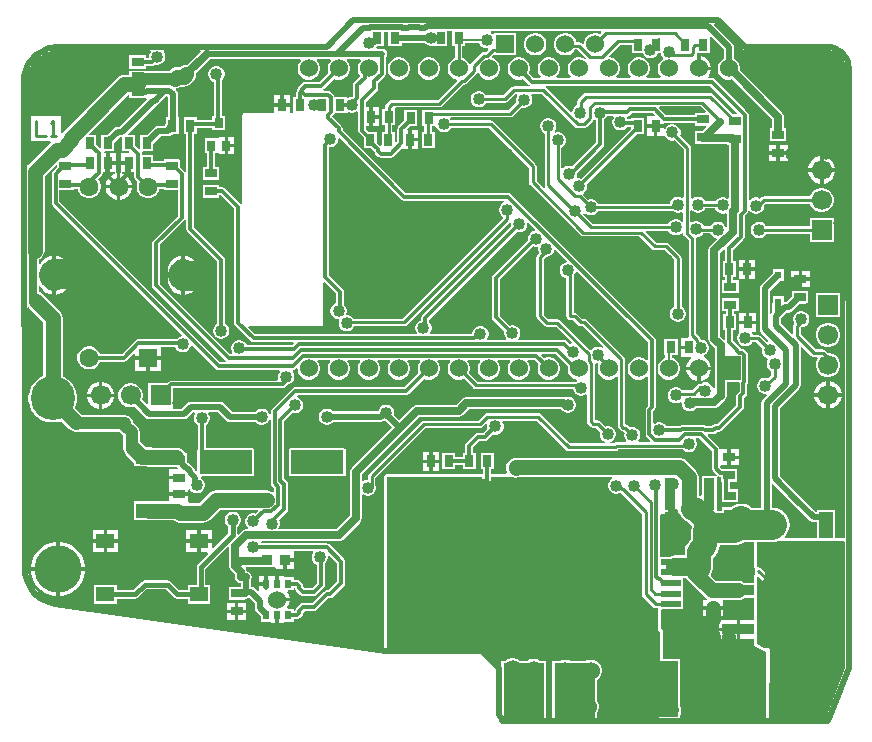
<source format=gtl>
G04*
G04 #@! TF.GenerationSoftware,Altium Limited,Altium Designer,22.2.1 (43)*
G04*
G04 Layer_Physical_Order=1*
G04 Layer_Color=255*
%FSLAX25Y25*%
%MOIN*%
G70*
G04*
G04 #@! TF.SameCoordinates,5B388EAC-A044-4A36-8472-2700C52922B7*
G04*
G04*
G04 #@! TF.FilePolarity,Positive*
G04*
G01*
G75*
%ADD12C,0.01000*%
%ADD13C,0.00800*%
%ADD16C,0.01968*%
%ADD17C,0.01200*%
%ADD21R,0.01968X0.02953*%
%ADD22R,0.03740X0.03740*%
%ADD23R,0.03740X0.10630*%
%ADD24R,0.13504X0.18504*%
%ADD25R,0.04331X0.03150*%
%ADD26R,0.04331X0.07874*%
%ADD27R,0.25197X0.22835*%
%ADD28R,0.08661X0.04724*%
%ADD29R,0.06102X0.05118*%
%ADD30R,0.10630X0.03740*%
%ADD31R,0.04724X0.08661*%
%ADD32R,0.22835X0.25197*%
%ADD34R,0.02756X0.03543*%
%ADD54C,0.06693*%
%ADD55R,0.06693X0.06693*%
%ADD65R,0.03000X0.04000*%
%ADD66R,0.04000X0.03000*%
%ADD67R,0.06890X0.01968*%
%ADD68R,0.22835X0.27953*%
%ADD69R,0.02362X0.02362*%
%ADD70C,0.02500*%
%ADD71C,0.02000*%
%ADD72C,0.10000*%
%ADD73C,0.05000*%
%ADD74C,0.08000*%
%ADD75C,0.01500*%
%ADD76C,0.04000*%
%ADD77C,0.06000*%
%ADD78R,0.17500X0.08000*%
%ADD79C,0.06000*%
%ADD80R,0.06000X0.06000*%
%ADD81R,0.07874X0.07874*%
%ADD82C,0.15748*%
%ADD83O,0.07874X0.10630*%
%ADD84C,0.06299*%
%ADD85R,0.06299X0.06299*%
%ADD86R,0.06693X0.06693*%
%ADD87C,0.14724*%
%ADD88C,0.04000*%
%ADD89C,0.05000*%
G36*
X192587Y237817D02*
X192112Y237342D01*
X191928Y237448D01*
X190987Y237700D01*
X190013D01*
X189072Y237448D01*
X188228Y236961D01*
X187539Y236272D01*
X187052Y235428D01*
X186800Y234487D01*
Y234198D01*
X186300Y233991D01*
X185865Y234425D01*
X185468Y234691D01*
X185000Y234784D01*
X184121D01*
X183948Y235428D01*
X183461Y236272D01*
X182772Y236961D01*
X181928Y237448D01*
X180987Y237700D01*
X180013D01*
X179072Y237448D01*
X178228Y236961D01*
X177539Y236272D01*
X177052Y235428D01*
X176800Y234487D01*
Y233513D01*
X177052Y232572D01*
X177539Y231728D01*
X178228Y231039D01*
X179072Y230552D01*
X180013Y230300D01*
X180987D01*
X181928Y230552D01*
X182772Y231039D01*
X183461Y231728D01*
X183812Y232337D01*
X184493D01*
X187447Y229383D01*
X187140Y228983D01*
X186428Y229394D01*
X185487Y229646D01*
X184513D01*
X183572Y229394D01*
X182728Y228907D01*
X182039Y228218D01*
X181552Y227374D01*
X181300Y226433D01*
Y225459D01*
X181552Y224518D01*
X182039Y223674D01*
X182447Y223267D01*
X182239Y222767D01*
X177761D01*
X177553Y223267D01*
X177961Y223674D01*
X178448Y224518D01*
X178700Y225459D01*
Y226433D01*
X178448Y227374D01*
X177961Y228218D01*
X177272Y228907D01*
X176428Y229394D01*
X175487Y229646D01*
X174513D01*
X173572Y229394D01*
X172728Y228907D01*
X172039Y228218D01*
X171552Y227374D01*
X171300Y226433D01*
Y225459D01*
X171552Y224518D01*
X172039Y223674D01*
X172447Y223267D01*
X172239Y222767D01*
X170054D01*
X168395Y224426D01*
X168448Y224518D01*
X168700Y225459D01*
Y226433D01*
X168448Y227374D01*
X167961Y228218D01*
X167272Y228907D01*
X166428Y229394D01*
X165487Y229646D01*
X164513D01*
X163572Y229394D01*
X162728Y228907D01*
X162039Y228218D01*
X161552Y227374D01*
X161300Y226433D01*
Y225459D01*
X161552Y224518D01*
X162039Y223674D01*
X162728Y222985D01*
X163572Y222498D01*
X164513Y222246D01*
X165487D01*
X166428Y222498D01*
X166520Y222551D01*
X168568Y220504D01*
X168613Y220474D01*
X168462Y219973D01*
X163406D01*
X162937Y219880D01*
X162540Y219615D01*
X159875Y216950D01*
X154112D01*
X153861Y217384D01*
X153358Y217887D01*
X152742Y218243D01*
X152056Y218426D01*
X151345D01*
X150658Y218243D01*
X150042Y217887D01*
X149540Y217384D01*
X149184Y216769D01*
X149000Y216082D01*
Y215371D01*
X149184Y214684D01*
X149540Y214069D01*
X150042Y213566D01*
X150658Y213211D01*
X151345Y213026D01*
X152056D01*
X152742Y213211D01*
X153358Y213566D01*
X153861Y214069D01*
X154112Y214503D01*
X160382D01*
X160850Y214596D01*
X161247Y214861D01*
X163860Y217474D01*
X164322Y217427D01*
X164538Y216990D01*
X164308Y216592D01*
X164124Y215905D01*
Y215195D01*
X164253Y214710D01*
X161666Y212123D01*
X135999D01*
X135880Y212099D01*
X132799D01*
Y206699D01*
X133580D01*
Y204911D01*
X132604D01*
Y199511D01*
X137004D01*
Y204911D01*
X136027D01*
Y206699D01*
X137199D01*
X137514Y206330D01*
X137839Y205766D01*
X138342Y205263D01*
X138958Y204908D01*
X139645Y204724D01*
X140356D01*
X141042Y204908D01*
X141658Y205263D01*
X142160Y205766D01*
X142411Y206200D01*
X155160D01*
X168492Y192869D01*
Y188016D01*
X168585Y187548D01*
X168850Y187151D01*
X185682Y170319D01*
X186079Y170054D01*
X186547Y169961D01*
X205206D01*
X209432Y165735D01*
X209829Y165470D01*
X210297Y165376D01*
X213700D01*
X216827Y162250D01*
Y146607D01*
X216393Y146356D01*
X215890Y145853D01*
X215535Y145237D01*
X215351Y144551D01*
Y143840D01*
X215535Y143153D01*
X215890Y142537D01*
X216393Y142035D01*
X217009Y141679D01*
X217695Y141495D01*
X218406D01*
X219093Y141679D01*
X219709Y142035D01*
X220211Y142537D01*
X220567Y143153D01*
X220751Y143840D01*
Y144551D01*
X220567Y145237D01*
X220211Y145853D01*
X219709Y146356D01*
X219274Y146607D01*
Y162756D01*
X219181Y163225D01*
X218916Y163621D01*
X215072Y167465D01*
X214675Y167730D01*
X214207Y167824D01*
X210804D01*
X207313Y171315D01*
X207505Y171776D01*
X214896D01*
X215147Y171342D01*
X215650Y170840D01*
X216265Y170484D01*
X216952Y170300D01*
X217663D01*
X218350Y170484D01*
X218965Y170840D01*
X219263Y171137D01*
X219491Y171103D01*
X219785Y170952D01*
X219856Y170594D01*
X220121Y170197D01*
X221696Y168622D01*
Y137026D01*
X221763Y136688D01*
X221480Y136188D01*
X219035D01*
Y133589D01*
X221735D01*
Y132388D01*
X219035D01*
Y129788D01*
X222292D01*
X222397Y129397D01*
X222403Y129288D01*
X221639Y128525D01*
X221086Y127567D01*
X220813Y126546D01*
X225000D01*
X229187D01*
X228914Y127567D01*
X228361Y128525D01*
X227579Y129307D01*
X226795Y129759D01*
X226784Y130094D01*
X226824Y130299D01*
X227393Y130628D01*
X227896Y131131D01*
X228251Y131746D01*
X228435Y132433D01*
Y133144D01*
X228251Y133830D01*
X227896Y134446D01*
X227393Y134949D01*
X226777Y135304D01*
X226091Y135488D01*
X225659D01*
Y135510D01*
X225566Y135978D01*
X225300Y136375D01*
X224143Y137533D01*
Y169129D01*
X224131Y169187D01*
X224542Y169687D01*
X224542D01*
X225229Y169871D01*
X225844Y170227D01*
X226347Y170730D01*
X226517Y171025D01*
X228915D01*
X229246Y170451D01*
X229749Y169948D01*
X230364Y169592D01*
X230832Y169467D01*
X231010Y168937D01*
X228744Y166672D01*
X228313Y166027D01*
X228162Y165266D01*
Y135860D01*
X228313Y135099D01*
X228744Y134454D01*
X230325Y132873D01*
Y128633D01*
X230363Y128441D01*
Y123451D01*
X230325Y123259D01*
Y119469D01*
X229825Y119403D01*
X229762Y119637D01*
X229406Y120253D01*
X228904Y120756D01*
X228288Y121111D01*
X227601Y121295D01*
X226890D01*
X226204Y121111D01*
X225703Y120822D01*
X225376D01*
X224908Y120729D01*
X224511Y120464D01*
X222829Y118782D01*
X219457D01*
X219057Y119182D01*
X218441Y119537D01*
X217754Y119721D01*
X217043D01*
X216356Y119537D01*
X215741Y119182D01*
X215238Y118679D01*
X214883Y118064D01*
X214699Y117377D01*
Y116666D01*
X214883Y115979D01*
X215238Y115364D01*
X215741Y114861D01*
X216356Y114506D01*
X217043Y114321D01*
X217754D01*
X218441Y114506D01*
X218799Y114712D01*
X219299Y114424D01*
Y114003D01*
X219483Y113316D01*
X219839Y112700D01*
X220341Y112198D01*
X220957Y111842D01*
X221644Y111658D01*
X222355D01*
X223041Y111842D01*
X223657Y112198D01*
X224116Y112657D01*
X230085D01*
X230846Y112808D01*
X231491Y113239D01*
X232956Y114704D01*
X233009Y114783D01*
X233719Y115493D01*
X234150Y116138D01*
X234301Y116899D01*
Y121309D01*
X238467D01*
X238594Y121153D01*
Y118302D01*
X237863Y117570D01*
X237575Y117140D01*
X237474Y116633D01*
Y113682D01*
X236896Y113103D01*
X236827Y113001D01*
X231370Y107544D01*
X230658D01*
X230151Y107443D01*
X229721Y107156D01*
X229212Y106647D01*
X227547D01*
X227357Y106837D01*
X226927Y107125D01*
X226419Y107226D01*
X219555D01*
X219048Y107125D01*
X218618Y106837D01*
X218428Y106647D01*
X214238D01*
X214046Y106980D01*
X213543Y107482D01*
X212927Y107838D01*
X212241Y108022D01*
X211530D01*
X210843Y107838D01*
X210411Y107588D01*
X209911Y107828D01*
Y111703D01*
X210237Y112030D01*
X210525Y112460D01*
X210626Y112967D01*
Y135433D01*
X210525Y135941D01*
X210237Y136371D01*
X162489Y184119D01*
X162059Y184406D01*
X161552Y184507D01*
X127291D01*
X106273Y205525D01*
Y205930D01*
X106172Y206437D01*
X105884Y206868D01*
X102805Y209947D01*
X103237Y210380D01*
X103525Y210810D01*
X103593Y211156D01*
X107700D01*
Y211206D01*
X108200Y211495D01*
X108490Y211327D01*
X109176Y211143D01*
X109887D01*
X110574Y211327D01*
X111061Y211609D01*
X111561Y211408D01*
Y205226D01*
X111662Y204719D01*
X111949Y204289D01*
X113365Y202873D01*
Y199347D01*
X115891D01*
X116858Y198380D01*
X116938Y197980D01*
X117225Y197550D01*
X118212Y196563D01*
X118642Y196275D01*
X119149Y196175D01*
X122356D01*
X122863Y196275D01*
X123293Y196563D01*
X125848Y199117D01*
X126104Y199011D01*
Y199011D01*
X128204D01*
Y202211D01*
Y205411D01*
X128038D01*
X127847Y205873D01*
X128673Y206699D01*
X131199D01*
Y212099D01*
X126799D01*
Y208574D01*
X124914Y206689D01*
X124627Y206259D01*
X124526Y205752D01*
Y201600D01*
X124237Y201367D01*
X123765Y201574D01*
Y204747D01*
X122910D01*
Y207154D01*
X123886D01*
Y212554D01*
X124075Y212975D01*
X138556D01*
X139024Y213069D01*
X139421Y213334D01*
X146610Y220523D01*
X146740D01*
X147208Y220616D01*
X147605Y220881D01*
X150865Y224141D01*
X151058Y224430D01*
X151292Y224472D01*
X151425Y224466D01*
X151608Y224421D01*
X152039Y223674D01*
X152728Y222985D01*
X153572Y222498D01*
X154513Y222246D01*
X155487D01*
X156428Y222498D01*
X157272Y222985D01*
X157961Y223674D01*
X158448Y224518D01*
X158700Y225459D01*
Y226433D01*
X158448Y227374D01*
X157961Y228218D01*
X157272Y228907D01*
X156428Y229394D01*
X156164Y229465D01*
X156035Y229948D01*
X156508Y230421D01*
X156800Y230300D01*
Y230300D01*
X164200D01*
Y237700D01*
X156800D01*
Y237478D01*
X156300Y237271D01*
X156017Y237555D01*
X155628Y237779D01*
X155762Y238279D01*
X192395D01*
X192587Y237817D01*
D02*
G37*
G36*
X142749Y233300D02*
X143777D01*
Y229449D01*
X143572Y229394D01*
X142728Y228907D01*
X142039Y228218D01*
X141552Y227374D01*
X141300Y226433D01*
Y225459D01*
X141552Y224518D01*
X142039Y223674D01*
X142728Y222985D01*
X143572Y222498D01*
X144239Y222320D01*
X144390Y221764D01*
X138049Y215422D01*
X122783D01*
X122315Y215329D01*
X121918Y215064D01*
X120821Y213967D01*
X120556Y213570D01*
X120463Y213102D01*
Y212554D01*
X119486D01*
Y207154D01*
X120463D01*
Y204747D01*
X119365D01*
Y200329D01*
X118865Y200122D01*
X117765Y201222D01*
Y204747D01*
X115240D01*
X114212Y205775D01*
Y206654D01*
X115086D01*
Y209854D01*
Y213054D01*
X114212D01*
Y214828D01*
X117795Y218412D01*
X118083Y218842D01*
X118184Y219349D01*
Y221174D01*
X120302Y223293D01*
X120590Y223723D01*
X120691Y224230D01*
Y229674D01*
X120966Y230087D01*
X121098Y230750D01*
X120966Y231413D01*
X120591Y231976D01*
X120028Y232351D01*
X119365Y232483D01*
X117607D01*
X117376Y232933D01*
X117601Y233300D01*
X119943D01*
Y237967D01*
X121543D01*
Y233300D01*
X125943D01*
Y234267D01*
X133771D01*
X134076Y233962D01*
X134692Y233607D01*
X135378Y233423D01*
X136089D01*
X136460Y233522D01*
X136749Y233300D01*
Y233300D01*
X141149D01*
Y238279D01*
X142749D01*
Y233300D01*
D02*
G37*
G36*
X59072Y231641D02*
X54610Y227179D01*
X54243Y227228D01*
X53407Y227118D01*
X52629Y226795D01*
X52089Y226381D01*
X51121D01*
X50286Y226271D01*
X49507Y225949D01*
X48839Y225436D01*
X48626Y225223D01*
X40865D01*
Y225257D01*
X35135D01*
Y223848D01*
X33500D01*
X32665Y223738D01*
X31886Y223415D01*
X31218Y222902D01*
X13498Y205182D01*
X12985Y204514D01*
X12884Y204270D01*
X12384Y204369D01*
Y210133D01*
X2319D01*
Y201735D01*
X8786D01*
X8956Y201235D01*
X8803Y201118D01*
X1565Y193880D01*
X1065Y193991D01*
X1020Y221530D01*
Y222213D01*
X1198Y223571D01*
X1553Y224895D01*
X2077Y226161D01*
X2763Y227347D01*
X3597Y228434D01*
X4566Y229403D01*
X5653Y230238D01*
X6839Y230923D01*
X8105Y231447D01*
X9429Y231802D01*
X10787Y231980D01*
X11472D01*
X11604Y232007D01*
X11739Y232016D01*
X12060Y232103D01*
X42193D01*
X42400Y231603D01*
X42377Y231580D01*
X42021Y230964D01*
X41837Y230277D01*
Y229567D01*
X41729Y229426D01*
X40865D01*
Y230375D01*
X35135D01*
Y225826D01*
X40865D01*
Y226775D01*
X42716D01*
X43223Y226876D01*
X43653Y227163D01*
X43811Y227321D01*
X44182Y227222D01*
X44893D01*
X45579Y227406D01*
X46195Y227761D01*
X46698Y228264D01*
X47053Y228880D01*
X47237Y229567D01*
Y230277D01*
X47053Y230964D01*
X46698Y231580D01*
X46674Y231603D01*
X46881Y232103D01*
X58881D01*
X59072Y231641D01*
D02*
G37*
G36*
X152198Y233736D02*
X152701Y233233D01*
X153317Y232878D01*
X154003Y232694D01*
X154613D01*
X154778Y232446D01*
X154838Y232212D01*
X153996Y231370D01*
X153260D01*
X152792Y231276D01*
X152395Y231011D01*
X149135Y227751D01*
X148942Y227462D01*
X148708Y227421D01*
X148575Y227426D01*
X148392Y227471D01*
X147961Y228218D01*
X147272Y228907D01*
X146428Y229394D01*
X146223Y229449D01*
Y233300D01*
X147149D01*
Y234272D01*
X151889D01*
X152198Y233736D01*
D02*
G37*
G36*
X200662Y233825D02*
X201130Y233732D01*
X202633D01*
Y231072D01*
X206309D01*
X206317Y231042D01*
X206672Y230427D01*
X207175Y229924D01*
X207791Y229568D01*
X208477Y229384D01*
X209188D01*
X209875Y229568D01*
X210491Y229924D01*
X210993Y230427D01*
X211349Y231042D01*
X211357Y231072D01*
X212337D01*
X212484Y230523D01*
X212840Y229907D01*
X213067Y229680D01*
X212985Y229055D01*
X212728Y228907D01*
X212039Y228218D01*
X211552Y227374D01*
X211300Y226433D01*
Y225459D01*
X211552Y224518D01*
X212039Y223674D01*
X212447Y223267D01*
X212240Y222767D01*
X207761D01*
X207553Y223267D01*
X207961Y223674D01*
X208448Y224518D01*
X208700Y225459D01*
Y226433D01*
X208448Y227374D01*
X207961Y228218D01*
X207272Y228907D01*
X206428Y229394D01*
X205487Y229646D01*
X204513D01*
X203572Y229394D01*
X202728Y228907D01*
X202039Y228218D01*
X201552Y227374D01*
X201300Y226433D01*
Y225459D01*
X201552Y224518D01*
X202039Y223674D01*
X202447Y223267D01*
X202239Y222767D01*
X197760D01*
X197553Y223267D01*
X197961Y223674D01*
X198448Y224518D01*
X198700Y225459D01*
Y226433D01*
X198448Y227374D01*
X197961Y228218D01*
X197272Y228907D01*
X196428Y229394D01*
X195487Y229646D01*
X195198D01*
X194991Y230146D01*
X198755Y233911D01*
X200533D01*
X200662Y233825D01*
D02*
G37*
G36*
X112338Y228517D02*
X112039Y228218D01*
X111552Y227374D01*
X111300Y226433D01*
Y225459D01*
X111552Y224518D01*
X112039Y223674D01*
X112284Y223430D01*
X110124Y221270D01*
X109836Y220840D01*
X109736Y220333D01*
Y216570D01*
X109709Y216543D01*
X109176D01*
X108490Y216359D01*
X108200Y216192D01*
X107700Y216481D01*
Y216556D01*
X103593D01*
X103525Y216901D01*
X103237Y217331D01*
X102476Y218093D01*
X102046Y218380D01*
X101539Y218481D01*
X99983D01*
X99831Y218981D01*
X100068Y219140D01*
X103480Y222551D01*
X103572Y222498D01*
X104513Y222246D01*
X105487D01*
X106428Y222498D01*
X107272Y222985D01*
X107961Y223674D01*
X108448Y224518D01*
X108700Y225459D01*
Y226433D01*
X108448Y227374D01*
X107961Y228218D01*
X107662Y228517D01*
X107869Y229017D01*
X112131D01*
X112338Y228517D01*
D02*
G37*
G36*
X102338D02*
X102039Y228218D01*
X101552Y227374D01*
X101300Y226433D01*
Y225459D01*
X101552Y224518D01*
X101605Y224426D01*
X98582Y221402D01*
X93851D01*
X93344Y221301D01*
X92914Y221014D01*
X91388Y219489D01*
X91101Y219059D01*
X91005Y218577D01*
X90775Y218233D01*
X90675Y217726D01*
Y216543D01*
X89800D01*
Y211227D01*
X88700D01*
Y213243D01*
X83300D01*
Y211227D01*
X73622D01*
X73349Y211172D01*
X73117Y211018D01*
X72963Y210786D01*
X72908Y210513D01*
Y180802D01*
X72408Y180650D01*
X72353Y180734D01*
X67129Y185957D01*
X66699Y186245D01*
X66192Y186346D01*
X65092D01*
Y187220D01*
X59692D01*
Y182820D01*
X65092D01*
Y183695D01*
X65643D01*
X70090Y179247D01*
Y141236D01*
X70191Y140728D01*
X70478Y140298D01*
X75702Y135075D01*
X76132Y134787D01*
X76639Y134687D01*
X89758D01*
X89949Y134225D01*
X89557Y133833D01*
X74269D01*
X73984Y134326D01*
X73482Y134828D01*
X72866Y135184D01*
X72179Y135368D01*
X71469D01*
X70782Y135184D01*
X70166Y134828D01*
X69663Y134326D01*
X69308Y133710D01*
X69124Y133023D01*
Y132312D01*
X69308Y131626D01*
X69538Y131227D01*
X69322Y130792D01*
X68858Y130745D01*
X45390Y154212D01*
Y167108D01*
X53568Y175285D01*
X53675Y175445D01*
X54175Y175293D01*
Y172527D01*
X54275Y172019D01*
X54563Y171589D01*
X64519Y161633D01*
Y140837D01*
X64187Y140645D01*
X63684Y140143D01*
X63328Y139527D01*
X63144Y138840D01*
Y138129D01*
X63328Y137443D01*
X63684Y136827D01*
X64187Y136324D01*
X64802Y135969D01*
X65489Y135785D01*
X66200D01*
X66887Y135969D01*
X67502Y136324D01*
X68005Y136827D01*
X68360Y137443D01*
X68544Y138129D01*
Y138840D01*
X68360Y139527D01*
X68005Y140143D01*
X67502Y140645D01*
X67170Y140837D01*
Y162182D01*
X67069Y162689D01*
X66782Y163119D01*
X56826Y173076D01*
Y204208D01*
X57700D01*
Y206048D01*
X62922D01*
Y205269D01*
X67078D01*
Y210212D01*
X65947D01*
Y221886D01*
X66403Y222342D01*
X66759Y222958D01*
X66943Y223644D01*
Y224356D01*
X66759Y225042D01*
X66403Y225658D01*
X65900Y226161D01*
X65285Y226516D01*
X64598Y226700D01*
X63887D01*
X63200Y226516D01*
X62585Y226161D01*
X62082Y225658D01*
X61727Y225042D01*
X61543Y224356D01*
Y223644D01*
X61727Y222958D01*
X62082Y222342D01*
X62585Y221839D01*
X63200Y221484D01*
X63296Y221458D01*
Y210212D01*
X62922D01*
Y208699D01*
X57700D01*
Y209608D01*
X53300D01*
Y204208D01*
X54175D01*
Y191657D01*
X53675Y191505D01*
X53568Y191665D01*
X52031Y193202D01*
Y195728D01*
X46631D01*
Y195003D01*
X43200D01*
Y197200D01*
X39499D01*
Y197326D01*
X39405Y197800D01*
X39406Y197847D01*
X39688Y198300D01*
X43200D01*
Y200894D01*
X45608Y203303D01*
X48136D01*
X48800Y203435D01*
X49362Y203811D01*
X49706Y204154D01*
X49742Y204208D01*
X51700D01*
Y209608D01*
X51399D01*
Y217292D01*
X51267Y217955D01*
X50892Y218518D01*
X50621Y218788D01*
X50800Y219316D01*
X51303Y219382D01*
X52081Y219705D01*
X52369Y219926D01*
X53396D01*
X54232Y220036D01*
X55010Y220358D01*
X55678Y220871D01*
X56525Y221718D01*
X57038Y222386D01*
X57360Y223165D01*
X57470Y224000D01*
X57422Y224367D01*
X62071Y229017D01*
X92131D01*
X92338Y228517D01*
X92039Y228218D01*
X91552Y227374D01*
X91300Y226433D01*
Y225459D01*
X91552Y224518D01*
X92039Y223674D01*
X92728Y222985D01*
X93572Y222498D01*
X94513Y222246D01*
X95487D01*
X96428Y222498D01*
X97272Y222985D01*
X97961Y223674D01*
X98448Y224518D01*
X98700Y225459D01*
Y226433D01*
X98448Y227374D01*
X97961Y228218D01*
X97662Y228517D01*
X97869Y229017D01*
X102131D01*
X102338Y228517D01*
D02*
G37*
G36*
X183744Y206444D02*
X184141Y206179D01*
X184609Y206086D01*
X186757D01*
X187225Y206179D01*
X187622Y206444D01*
X189593Y208416D01*
X189813Y208745D01*
X189986Y208840D01*
X190391Y208926D01*
X190886Y208640D01*
X190891Y208638D01*
Y201313D01*
X182940Y193362D01*
X182881Y193396D01*
X182194Y193580D01*
X181483D01*
X180796Y193396D01*
X180181Y193040D01*
X179740Y192599D01*
X179485Y192644D01*
X179240Y192778D01*
Y199533D01*
X179674Y199784D01*
X180177Y200286D01*
X180532Y200902D01*
X180716Y201589D01*
Y202300D01*
X180532Y202986D01*
X180177Y203602D01*
X179674Y204105D01*
X179058Y204460D01*
X178372Y204644D01*
X177661D01*
X177226Y204528D01*
X176967Y204976D01*
X176977Y204986D01*
X177332Y205601D01*
X177516Y206288D01*
Y206999D01*
X177332Y207686D01*
X176977Y208301D01*
X176474Y208804D01*
X175858Y209159D01*
X175172Y209344D01*
X174461D01*
X173774Y209159D01*
X173158Y208804D01*
X172656Y208301D01*
X172300Y207686D01*
X172116Y206999D01*
Y206288D01*
X172300Y205601D01*
X172656Y204986D01*
X173158Y204483D01*
X173593Y204232D01*
Y187062D01*
X173686Y186593D01*
X173908Y186261D01*
X173520Y185942D01*
X170939Y188523D01*
Y193375D01*
X170846Y193844D01*
X170580Y194241D01*
X156532Y208289D01*
X156135Y208554D01*
X155667Y208647D01*
X142411D01*
X142160Y209082D01*
X142067Y209176D01*
X142274Y209676D01*
X162173D01*
X162641Y209769D01*
X163038Y210034D01*
X165984Y212980D01*
X166468Y212850D01*
X167179D01*
X167866Y213034D01*
X168481Y213389D01*
X168984Y213892D01*
X169340Y214508D01*
X169524Y215195D01*
Y215905D01*
X169340Y216592D01*
X169089Y217026D01*
X169328Y217526D01*
X172662D01*
X183744Y206444D01*
D02*
G37*
G36*
X237743Y211162D02*
X237552Y210700D01*
X236385D01*
X229731Y217354D01*
X229334Y217619D01*
X228866Y217712D01*
X187416D01*
X186948Y217619D01*
X186551Y217354D01*
X184768Y215571D01*
X184503Y215174D01*
X184410Y214706D01*
Y213678D01*
X183870Y213367D01*
X183368Y212864D01*
X183012Y212248D01*
X182828Y211561D01*
Y211528D01*
X182328Y211321D01*
X174034Y219615D01*
X174033Y219616D01*
X174184Y220116D01*
X228789D01*
X237743Y211162D01*
D02*
G37*
G36*
X227305Y211662D02*
X227114Y211200D01*
X223800D01*
Y210475D01*
X214110D01*
X211801Y212784D01*
X212008Y213284D01*
X225682D01*
X227305Y211662D01*
D02*
G37*
G36*
X239601Y232291D02*
X239932Y232070D01*
X240322Y231993D01*
X267488D01*
X267975Y231981D01*
X267988Y231983D01*
X268000Y231980D01*
X268585D01*
X269731Y231752D01*
X270812Y231305D01*
X271784Y230655D01*
X272610Y229829D01*
X273260Y228856D01*
X273707Y227776D01*
X273935Y226630D01*
Y226045D01*
X273918Y69763D01*
X273565Y69344D01*
X273564Y69344D01*
X270557D01*
Y78839D01*
X264432D01*
Y78350D01*
X263932Y78224D01*
X258466Y83690D01*
X258466Y83690D01*
X252033Y90122D01*
Y112582D01*
X258526Y119074D01*
X258901Y119637D01*
X259033Y120300D01*
Y133004D01*
X259533Y133211D01*
X262568Y130176D01*
X262965Y129911D01*
X263433Y129818D01*
X264348D01*
X264636Y129318D01*
X264283Y128707D01*
X264007Y127678D01*
Y126612D01*
X264283Y125583D01*
X264816Y124660D01*
X265569Y123907D01*
X266492Y123374D01*
X267521Y123099D01*
X268587D01*
X269616Y123374D01*
X270539Y123907D01*
X271292Y124660D01*
X271825Y125583D01*
X272100Y126612D01*
Y127678D01*
X271825Y128707D01*
X271292Y129630D01*
X270539Y130383D01*
X269616Y130916D01*
X268587Y131191D01*
X267995D01*
X267279Y131907D01*
X266882Y132172D01*
X266414Y132265D01*
X263940D01*
X259023Y137181D01*
Y139621D01*
X259045Y139643D01*
X259558D01*
X260245Y139827D01*
X260861Y140182D01*
X261364Y140685D01*
X261719Y141301D01*
X261903Y141987D01*
Y142698D01*
X261719Y143385D01*
X261364Y144001D01*
X260861Y144503D01*
X260245Y144859D01*
X259558Y145043D01*
X258847D01*
X258161Y144859D01*
X257545Y144503D01*
X257042Y144001D01*
X256687Y143385D01*
X256503Y142698D01*
Y141987D01*
X256687Y141301D01*
X256897Y140937D01*
X256670Y140596D01*
X256576Y140128D01*
Y137494D01*
X256115Y137303D01*
X252557Y140860D01*
Y142715D01*
X254430Y144588D01*
X254977D01*
X255641Y144720D01*
X256203Y145095D01*
X258617Y147509D01*
X261566D01*
Y151909D01*
X256166D01*
Y149961D01*
X254259Y148054D01*
X253712D01*
X253381Y148326D01*
Y149933D01*
X249619D01*
Y148038D01*
X249586Y147871D01*
Y144639D01*
X249233Y144112D01*
X249189Y144103D01*
X248733Y144195D01*
Y151889D01*
X252070Y155226D01*
X253381D01*
Y158988D01*
X249619D01*
Y157677D01*
X245774Y153833D01*
X245399Y153270D01*
X245267Y152607D01*
Y138940D01*
X245399Y138276D01*
X245774Y137714D01*
X248098Y135390D01*
X247943Y134838D01*
X247667Y134771D01*
X245572Y136865D01*
X245175Y137130D01*
X244707Y137223D01*
X242982D01*
X242705Y137638D01*
X242838Y138085D01*
X242844Y138101D01*
X243989D01*
Y140701D01*
X241289D01*
X238589D01*
Y138101D01*
X238589Y138101D01*
X238589D01*
X238373Y137691D01*
X238339Y137658D01*
X237984Y137042D01*
X237800Y136355D01*
Y135644D01*
X237984Y134958D01*
X238339Y134342D01*
X238842Y133839D01*
X239458Y133484D01*
X240144Y133300D01*
X240856D01*
X241542Y133484D01*
X242158Y133839D01*
X242660Y134342D01*
X242911Y134776D01*
X244200D01*
X246136Y132841D01*
X246006Y132356D01*
Y131645D01*
X246190Y130958D01*
X246546Y130343D01*
X247048Y129840D01*
X247664Y129485D01*
X247700Y129475D01*
X247941Y128893D01*
X247784Y128621D01*
X247600Y127935D01*
Y127224D01*
X247784Y126537D01*
X248140Y125921D01*
X248642Y125418D01*
X249077Y125168D01*
Y123723D01*
X248063Y122709D01*
X247579Y122839D01*
X246868D01*
X246181Y122655D01*
X245565Y122300D01*
X245062Y121797D01*
X244707Y121181D01*
X244523Y120495D01*
Y119784D01*
X244707Y119097D01*
X245062Y118481D01*
X245565Y117979D01*
X246181Y117623D01*
X246868Y117439D01*
X247414D01*
X247643Y116984D01*
X247646Y116964D01*
X246374Y115693D01*
X245999Y115130D01*
X245867Y114467D01*
Y79558D01*
X242737D01*
X242022Y80107D01*
X240635Y80681D01*
X239147Y80877D01*
X237659Y80681D01*
X236273Y80107D01*
X235835Y79770D01*
X232649D01*
Y78490D01*
X231210D01*
X231131Y78569D01*
Y78941D01*
X231118D01*
Y89785D01*
X231618Y90052D01*
X231733Y89975D01*
X232240Y89875D01*
X232389D01*
Y88100D01*
X232614D01*
Y86700D01*
X232623Y86656D01*
Y84470D01*
X232649Y84342D01*
Y81371D01*
X238049D01*
Y85770D01*
X235274D01*
Y86691D01*
X235265Y86735D01*
Y88100D01*
X237789D01*
Y92500D01*
X234317D01*
X234189Y92526D01*
X232789D01*
X232214Y93100D01*
X232421Y93600D01*
X234489D01*
Y96300D01*
Y99000D01*
X231964D01*
X231865Y99500D01*
X231577Y99930D01*
X227973Y103534D01*
X228164Y103996D01*
X229761D01*
X230269Y104097D01*
X230699Y104385D01*
X231207Y104893D01*
X231919D01*
X232426Y104994D01*
X232856Y105281D01*
X238770Y111195D01*
X238839Y111297D01*
X239737Y112196D01*
X240025Y112626D01*
X240125Y113133D01*
Y116084D01*
X240857Y116816D01*
X241144Y117246D01*
X241245Y117753D01*
Y120640D01*
X241462Y120963D01*
X241563Y121471D01*
Y130422D01*
X241462Y130929D01*
X241174Y131359D01*
X240413Y132120D01*
X239983Y132408D01*
X239475Y132509D01*
X239085D01*
X239000Y132594D01*
X238770Y132937D01*
X236415Y135293D01*
Y138601D01*
X237489D01*
Y144001D01*
X236614D01*
Y144986D01*
X238272D01*
Y149386D01*
X232872D01*
Y144986D01*
X233963D01*
Y144001D01*
X233089D01*
Y138601D01*
X233764D01*
Y135765D01*
X233263Y135558D01*
X232138Y136683D01*
Y164442D01*
X233309Y165613D01*
X233809Y165406D01*
Y161722D01*
X232934D01*
Y156322D01*
X233809D01*
Y155386D01*
X232872D01*
Y150986D01*
X238272D01*
Y155386D01*
X236460D01*
Y156322D01*
X237334D01*
Y161722D01*
X236460D01*
Y165417D01*
X239920Y168877D01*
X240207Y169307D01*
X240308Y169815D01*
Y176710D01*
X241237Y177639D01*
X241525Y178069D01*
X241570Y178300D01*
X242107Y178435D01*
X242452Y178091D01*
X243067Y177735D01*
X243754Y177551D01*
X244465D01*
X245152Y177735D01*
X245767Y178091D01*
X246270Y178593D01*
X246625Y179209D01*
X246810Y179896D01*
Y180409D01*
X247286Y180885D01*
X262139D01*
X262229Y180547D01*
X262762Y179624D01*
X263515Y178871D01*
X264438Y178338D01*
X265467Y178062D01*
X266533D01*
X267562Y178338D01*
X268485Y178871D01*
X269238Y179624D01*
X269771Y180547D01*
X270046Y181576D01*
Y182641D01*
X269771Y183670D01*
X269238Y184593D01*
X268485Y185346D01*
X267562Y185879D01*
X266533Y186155D01*
X265467D01*
X264438Y185879D01*
X263515Y185346D01*
X262762Y184593D01*
X262229Y183670D01*
X262139Y183332D01*
X246779D01*
X246310Y183239D01*
X245914Y182974D01*
X245504Y182564D01*
X245152Y182767D01*
X244465Y182951D01*
X243754D01*
X243067Y182767D01*
X242452Y182412D01*
X242126Y182086D01*
X241625Y182293D01*
Y210539D01*
X241525Y211046D01*
X241237Y211476D01*
X240476Y212237D01*
X240299Y212355D01*
X230276Y222379D01*
X229846Y222666D01*
X229339Y222767D01*
X228414D01*
X228222Y223229D01*
X228361Y223367D01*
X228914Y224325D01*
X229187Y225346D01*
X225000D01*
Y225946D01*
X224400D01*
Y230382D01*
X224293Y230546D01*
X224517Y230985D01*
X228686D01*
Y236306D01*
X229096Y236603D01*
X233267Y232432D01*
Y229218D01*
X232728Y228907D01*
X232039Y228218D01*
X231552Y227374D01*
X231300Y226433D01*
Y225459D01*
X231552Y224518D01*
X232039Y223674D01*
X232728Y222985D01*
X233572Y222498D01*
X234513Y222246D01*
X235487D01*
X236057Y222399D01*
X249512Y208944D01*
Y206033D01*
X248800D01*
Y201633D01*
X254200D01*
Y206033D01*
X253488D01*
Y209767D01*
X253337Y210528D01*
X252906Y211173D01*
X238683Y225396D01*
X238700Y225459D01*
Y226433D01*
X238448Y227374D01*
X237961Y228218D01*
X237272Y228907D01*
X236733Y229218D01*
Y233150D01*
X236601Y233813D01*
X236226Y234376D01*
X230071Y240531D01*
X230262Y240993D01*
X230899D01*
X239601Y232291D01*
D02*
G37*
G36*
X35135Y216983D02*
Y215983D01*
X40845D01*
X41183Y215615D01*
X32089Y206521D01*
X31307D01*
X30644Y206389D01*
X30081Y206013D01*
X27768Y203700D01*
X25800D01*
Y199503D01*
X25338Y199312D01*
X24200Y200450D01*
Y203700D01*
X21798D01*
X21607Y204162D01*
X34635Y217190D01*
X35135Y216983D01*
D02*
G37*
G36*
X47933Y216434D02*
Y209608D01*
X47300D01*
Y207309D01*
X47255Y207264D01*
X46924Y206769D01*
X44890D01*
X44227Y206638D01*
X43665Y206262D01*
X41103Y203700D01*
X38800D01*
Y199228D01*
X38338Y199036D01*
X37200Y200174D01*
Y203700D01*
X34824D01*
X34633Y204162D01*
X44065Y213594D01*
X44274Y213636D01*
X44837Y214011D01*
X47456Y216631D01*
X47933Y216434D01*
D02*
G37*
G36*
X196640Y209556D02*
X196390Y209123D01*
X196206Y208436D01*
Y207726D01*
X196390Y207039D01*
X196746Y206423D01*
X197248Y205920D01*
X197864Y205565D01*
X198551Y205381D01*
X199262D01*
X199948Y205565D01*
X200564Y205920D01*
X201030Y206387D01*
X202262D01*
X202344Y205887D01*
X185709Y189252D01*
X185450Y189321D01*
X184739D01*
X184614Y189287D01*
X184285Y189717D01*
X184354Y189837D01*
X184538Y190524D01*
Y191212D01*
X193153Y199827D01*
X193441Y200257D01*
X193542Y200764D01*
Y208969D01*
X193586Y208995D01*
X194089Y209498D01*
X194411Y210055D01*
X196399D01*
X196640Y209556D01*
D02*
G37*
G36*
X32800Y198300D02*
X34980D01*
X35046Y198200D01*
X34779Y197700D01*
X32300D01*
Y195100D01*
X35000D01*
Y194500D01*
X35600D01*
Y191300D01*
X36848D01*
Y189874D01*
X36949Y189366D01*
X37236Y188936D01*
X37953Y188220D01*
X37870Y188076D01*
X37607Y187097D01*
Y186084D01*
X37870Y185105D01*
X38376Y184227D01*
X39093Y183510D01*
X39971Y183003D01*
X40950Y182741D01*
X41963D01*
X42943Y183003D01*
X43820Y183510D01*
X44537Y184227D01*
X45044Y185105D01*
X45193Y185659D01*
X46631D01*
Y185328D01*
X51305D01*
Y176772D01*
X43128Y168594D01*
X42840Y168164D01*
X42739Y167657D01*
Y153663D01*
X42840Y153156D01*
X43128Y152726D01*
X67273Y128581D01*
X67066Y128081D01*
X65514D01*
X11923Y181672D01*
Y185328D01*
X16598D01*
Y185659D01*
X18036D01*
X18184Y185105D01*
X18691Y184227D01*
X19408Y183510D01*
X20286Y183003D01*
X21265Y182741D01*
X22278D01*
X23258Y183003D01*
X24135Y183510D01*
X24852Y184227D01*
X25359Y185105D01*
X25621Y186084D01*
Y187097D01*
X25359Y188076D01*
X24852Y188954D01*
X24741Y189065D01*
X25937Y190261D01*
X26225Y190691D01*
X26326Y191199D01*
Y191300D01*
X27400D01*
Y194500D01*
Y197700D01*
X26885D01*
X26838Y197800D01*
X27155Y198300D01*
X30200D01*
Y201229D01*
X32025Y203054D01*
X32800D01*
Y198300D01*
D02*
G37*
G36*
X210404Y210432D02*
X210213Y209970D01*
X207902D01*
Y207370D01*
X210602D01*
X213302D01*
Y207611D01*
X213561Y207824D01*
X223800D01*
Y206800D01*
X227335D01*
X227526Y206338D01*
X226388Y205200D01*
X223800D01*
Y200800D01*
X229200D01*
Y200862D01*
X234300D01*
Y200300D01*
X235012D01*
Y182772D01*
X234512Y182548D01*
X234057Y182811D01*
X233370Y182995D01*
X232659D01*
X231973Y182811D01*
X231357Y182456D01*
X230854Y181953D01*
X230749Y181770D01*
X227236D01*
X226986Y182204D01*
X226483Y182707D01*
X225867Y183063D01*
X225181Y183247D01*
X224470D01*
X223783Y183063D01*
X223167Y182707D01*
X222948Y182488D01*
X222448Y182695D01*
Y199451D01*
X222355Y199920D01*
X222089Y200317D01*
X218771Y203635D01*
X218933Y204242D01*
Y204953D01*
X218749Y205639D01*
X218394Y206255D01*
X217891Y206758D01*
X217275Y207113D01*
X216589Y207297D01*
X215878D01*
X215191Y207113D01*
X214575Y206758D01*
X214073Y206255D01*
X213802Y205786D01*
X213302Y205920D01*
Y206170D01*
X211202D01*
Y203570D01*
X213302D01*
X213302Y203570D01*
X213763Y203476D01*
X214073Y202939D01*
X214575Y202437D01*
X215191Y202081D01*
X215878Y201897D01*
X216589D01*
X216951Y201994D01*
X220001Y198945D01*
Y183051D01*
X219501Y182812D01*
X219066Y183063D01*
X218380Y183247D01*
X217669D01*
X216982Y183063D01*
X216366Y182707D01*
X215863Y182204D01*
X215508Y181589D01*
X215324Y180902D01*
Y180901D01*
X191453D01*
X191202Y181335D01*
X190700Y181838D01*
X190084Y182193D01*
X189397Y182377D01*
X188687D01*
X188202Y182247D01*
X186559Y183890D01*
X186624Y184386D01*
X186753Y184460D01*
X187256Y184963D01*
X187611Y185579D01*
X187795Y186266D01*
Y186976D01*
X187666Y187459D01*
X204277Y204070D01*
X206802D01*
Y209470D01*
X202402D01*
Y209038D01*
X201445D01*
X201422Y209123D01*
X201172Y209556D01*
X201182Y209671D01*
X201340Y210018D01*
X201417Y210096D01*
X201720Y210156D01*
X202150Y210444D01*
X202670Y210963D01*
X209873D01*
X210404Y210432D01*
D02*
G37*
G36*
X230499Y179253D02*
X230854Y178637D01*
X231357Y178135D01*
X231973Y177779D01*
X232659Y177595D01*
X233370D01*
X233944Y177749D01*
X234444Y177494D01*
Y173135D01*
X233944Y173069D01*
X233923Y173151D01*
X233567Y173766D01*
X233064Y174269D01*
X232449Y174625D01*
X231762Y174809D01*
X231051D01*
X230364Y174625D01*
X229749Y174269D01*
X229246Y173766D01*
X229076Y173471D01*
X226678D01*
X226347Y174045D01*
X225844Y174548D01*
X225229Y174904D01*
X224542Y175087D01*
X223831D01*
X223144Y174904D01*
X222710Y174653D01*
X222210Y174892D01*
Y178537D01*
X222262Y178615D01*
X222288Y178632D01*
X222723Y178714D01*
X222854Y178700D01*
X223167Y178386D01*
X223783Y178031D01*
X224470Y177847D01*
X225181D01*
X225867Y178031D01*
X226483Y178386D01*
X226986Y178889D01*
X227236Y179323D01*
X230480D01*
X230499Y179253D01*
D02*
G37*
G36*
X216366Y178386D02*
X216982Y178031D01*
X217669Y177847D01*
X218380D01*
X219066Y178031D01*
X219263Y178144D01*
X219763Y177856D01*
Y175070D01*
X219263Y174863D01*
X218965Y175161D01*
X218350Y175516D01*
X217663Y175700D01*
X216952D01*
X216265Y175516D01*
X215650Y175161D01*
X215147Y174658D01*
X214896Y174223D01*
X189764D01*
X186562Y177425D01*
X186607Y177586D01*
X187167Y177734D01*
X187384Y177517D01*
X188000Y177161D01*
X188687Y176977D01*
X189397D01*
X190084Y177161D01*
X190700Y177517D01*
X191202Y178019D01*
X191453Y178454D01*
X216299D01*
X216366Y178386D01*
D02*
G37*
G36*
X170446Y172413D02*
X170262Y171890D01*
X169780Y171761D01*
X169164Y171405D01*
X168661Y170902D01*
X168306Y170287D01*
X168122Y169600D01*
Y168889D01*
X168152Y168776D01*
X156500Y157125D01*
X156213Y156695D01*
X156112Y156188D01*
Y143003D01*
X156213Y142495D01*
X156500Y142065D01*
X160186Y138380D01*
X160086Y138010D01*
Y137299D01*
X160270Y136612D01*
X160626Y135996D01*
X160750Y135872D01*
X160543Y135372D01*
X154742D01*
X154501Y135872D01*
X154751Y136304D01*
X154935Y136991D01*
Y137702D01*
X154751Y138388D01*
X154396Y139004D01*
X153893Y139507D01*
X153277Y139862D01*
X152591Y140046D01*
X151880D01*
X151193Y139862D01*
X150577Y139507D01*
X150075Y139004D01*
X149719Y138388D01*
X149535Y137702D01*
Y137337D01*
X135738D01*
X135498Y137837D01*
X135748Y138270D01*
X135932Y138956D01*
Y139667D01*
X135748Y140354D01*
X135392Y140970D01*
X135093Y141269D01*
Y142098D01*
X164440Y171445D01*
X164810Y171345D01*
X165521D01*
X166208Y171529D01*
X166824Y171885D01*
X167326Y172388D01*
X167682Y173003D01*
X167866Y173690D01*
Y174286D01*
X168157Y174468D01*
X168346Y174512D01*
X170446Y172413D01*
D02*
G37*
G36*
X11198Y193730D02*
Y193202D01*
X9660Y191665D01*
X9373Y191235D01*
X9272Y190728D01*
Y181123D01*
X9373Y180616D01*
X9660Y180186D01*
X52687Y137160D01*
X52503Y136636D01*
X52021Y136507D01*
X51405Y136151D01*
X50959Y135705D01*
X38195D01*
X37688Y135605D01*
X37258Y135317D01*
X32770Y130829D01*
X25402D01*
X25359Y130990D01*
X24852Y131868D01*
X24135Y132584D01*
X23258Y133091D01*
X22278Y133353D01*
X21265D01*
X20286Y133091D01*
X19408Y132584D01*
X18691Y131868D01*
X18184Y130990D01*
X17922Y130011D01*
Y128997D01*
X18184Y128018D01*
X18691Y127140D01*
X19408Y126424D01*
X20286Y125917D01*
X21265Y125654D01*
X22278D01*
X23258Y125917D01*
X24135Y126424D01*
X24852Y127140D01*
X25359Y128018D01*
X25402Y128179D01*
X33319D01*
X33826Y128279D01*
X34256Y128567D01*
X36645Y130956D01*
X37107Y130764D01*
Y130104D01*
X41457D01*
X45806D01*
Y133054D01*
X50519D01*
X50547Y132949D01*
X50902Y132333D01*
X51405Y131830D01*
X52021Y131475D01*
X52707Y131291D01*
X53418D01*
X54105Y131475D01*
X54721Y131830D01*
X55223Y132333D01*
X55579Y132949D01*
X55708Y133431D01*
X56231Y133615D01*
X64028Y125818D01*
X64458Y125531D01*
X64965Y125430D01*
X85129D01*
X85337Y124930D01*
X85307Y124901D01*
X84952Y124285D01*
X84768Y123599D01*
Y122888D01*
X84892Y122425D01*
X84582Y121925D01*
X49218D01*
X48711Y121824D01*
X48281Y121537D01*
X47780Y121036D01*
X41562D01*
Y114141D01*
X41100Y113950D01*
X39430Y115619D01*
X39655Y116457D01*
Y117523D01*
X39379Y118552D01*
X38846Y119474D01*
X38093Y120228D01*
X37170Y120761D01*
X36141Y121036D01*
X35076D01*
X34047Y120761D01*
X33124Y120228D01*
X32370Y119474D01*
X31838Y118552D01*
X31562Y117523D01*
Y116457D01*
X31838Y115428D01*
X32370Y114505D01*
X33124Y113752D01*
X34047Y113219D01*
X35076Y112943D01*
X36141D01*
X36979Y113168D01*
X40573Y109574D01*
X41135Y109199D01*
X41798Y109067D01*
X41798Y109067D01*
X53310D01*
X53973Y109199D01*
X54536Y109574D01*
X56338Y111377D01*
X56829Y111330D01*
X57042Y110908D01*
X56799Y110488D01*
X56615Y109802D01*
Y109091D01*
X56799Y108404D01*
X57155Y107789D01*
X57657Y107286D01*
X57990Y107094D01*
Y99073D01*
X57951Y99015D01*
X57897Y98742D01*
Y91976D01*
X57435Y91785D01*
X56971Y92249D01*
X56932Y92444D01*
X56556Y93007D01*
X55561Y94003D01*
X54998Y94378D01*
X54803Y94417D01*
X54364Y94856D01*
Y95077D01*
X54331Y95244D01*
Y97777D01*
X53723D01*
X53641Y97976D01*
X53128Y98645D01*
X52459Y99157D01*
X51681Y99480D01*
X50846Y99590D01*
X42670D01*
X42603Y99618D01*
X41768Y99728D01*
X40703D01*
X38720Y101711D01*
X38661Y101756D01*
Y104865D01*
X38568Y105570D01*
X38296Y106227D01*
X37863Y106791D01*
X36551Y108103D01*
X36522Y108323D01*
X36250Y108980D01*
X35817Y109544D01*
X35253Y109977D01*
X34596Y110249D01*
X33891Y110342D01*
X19600D01*
X19555Y110401D01*
X17118Y112837D01*
X17454Y113648D01*
X17764Y115206D01*
Y116794D01*
X17454Y118352D01*
X16846Y119819D01*
X15964Y121139D01*
X14841Y122262D01*
X13521Y123145D01*
X12929Y123389D01*
Y142798D01*
X12819Y143634D01*
X12497Y144412D01*
X11984Y145080D01*
X6282Y150782D01*
X5614Y151295D01*
X4988Y151554D01*
Y153314D01*
X5488Y153414D01*
X5627Y153079D01*
X6450Y152006D01*
X7524Y151182D01*
X8773Y150664D01*
X9514Y150567D01*
Y157047D01*
X10114D01*
D01*
X9514D01*
Y163528D01*
X8773Y163430D01*
X7524Y162912D01*
X6450Y162089D01*
X5627Y161016D01*
X5488Y160681D01*
X4988Y160780D01*
Y162273D01*
X5383Y162436D01*
X6051Y162949D01*
X6564Y163617D01*
X6887Y164396D01*
X6996Y165231D01*
Y190182D01*
X10736Y193921D01*
X11198Y193730D01*
D02*
G37*
G36*
X125805Y182244D02*
X126235Y181957D01*
X126742Y181856D01*
X160071D01*
X160174Y181366D01*
X159558Y181011D01*
X159056Y180508D01*
X158700Y179892D01*
X158516Y179206D01*
Y178495D01*
X158700Y177808D01*
X159056Y177192D01*
X159558Y176690D01*
X159778Y176563D01*
X159835Y175994D01*
X126333Y142493D01*
X109973D01*
X109877Y142658D01*
X109374Y143161D01*
X108759Y143517D01*
X108072Y143701D01*
X107840D01*
X107716Y143815D01*
X107504Y144201D01*
X107647Y144735D01*
Y145446D01*
X107463Y146133D01*
X107108Y146748D01*
X106729Y147127D01*
Y151529D01*
X106628Y152036D01*
X106341Y152466D01*
X101799Y157009D01*
Y199724D01*
X102442D01*
X103128Y199908D01*
X103744Y200263D01*
X104247Y200766D01*
X104602Y201382D01*
X104786Y202068D01*
Y202556D01*
X105286Y202763D01*
X125805Y182244D01*
D02*
G37*
G36*
X162088Y174732D02*
X162466Y174401D01*
Y173690D01*
X162565Y173319D01*
X132830Y143584D01*
X132543Y143154D01*
X132442Y142647D01*
Y141896D01*
X132190Y141828D01*
X131574Y141472D01*
X131071Y140970D01*
X130716Y140354D01*
X130532Y139667D01*
Y138956D01*
X130716Y138270D01*
X130965Y137837D01*
X130725Y137337D01*
X77188D01*
X74834Y139692D01*
X75025Y140154D01*
X99173D01*
X99446Y140208D01*
X99678Y140363D01*
X99833Y140594D01*
X99887Y140867D01*
Y154518D01*
X100349Y154709D01*
X104078Y150980D01*
Y147653D01*
X103905Y147606D01*
X103289Y147251D01*
X102787Y146748D01*
X102431Y146133D01*
X102247Y145446D01*
Y144735D01*
X102431Y144048D01*
X102787Y143432D01*
X103289Y142930D01*
X103905Y142574D01*
X104592Y142390D01*
X104824D01*
X104948Y142276D01*
X105160Y141890D01*
X105017Y141356D01*
Y140645D01*
X105201Y139959D01*
X105556Y139343D01*
X106059Y138840D01*
X106674Y138485D01*
X107361Y138301D01*
X108072D01*
X108759Y138485D01*
X109374Y138840D01*
X109877Y139343D01*
X110232Y139959D01*
X110256Y140046D01*
X126840D01*
X127308Y140139D01*
X127705Y140404D01*
X162038Y174737D01*
X162088Y174732D01*
D02*
G37*
G36*
X170466Y166545D02*
X170999D01*
X171278Y166377D01*
X171445Y166099D01*
Y165566D01*
X171629Y164879D01*
X171833Y164527D01*
X171269Y163963D01*
X171004Y163567D01*
X170911Y163098D01*
Y143335D01*
X171004Y142867D01*
X171269Y142470D01*
X173476Y140264D01*
X173872Y139999D01*
X174341Y139906D01*
X177390D01*
X182627Y134668D01*
X182473Y134232D01*
X181982Y134111D01*
X181109Y134983D01*
X180679Y135271D01*
X180172Y135372D01*
X165029D01*
X164822Y135872D01*
X164947Y135996D01*
X165302Y136612D01*
X165486Y137299D01*
Y138010D01*
X165302Y138696D01*
X164947Y139312D01*
X164444Y139815D01*
X163828Y140170D01*
X163142Y140354D01*
X162431D01*
X162060Y140255D01*
X158763Y143552D01*
Y155639D01*
X169838Y166713D01*
X170466Y166545D01*
D02*
G37*
G36*
X181024Y161835D02*
X180840Y161312D01*
X180358Y161182D01*
X179742Y160827D01*
X179239Y160324D01*
X178884Y159709D01*
X178700Y159022D01*
Y158311D01*
X178884Y157624D01*
X179239Y157009D01*
X179742Y156506D01*
X180358Y156150D01*
X180911Y156002D01*
Y143335D01*
X181004Y142867D01*
X181269Y142470D01*
X181666Y142205D01*
X182134Y142112D01*
X183168D01*
X184820Y140460D01*
X185217Y140195D01*
X185685Y140102D01*
X186330D01*
X193244Y133188D01*
X192937Y132788D01*
X192542Y133016D01*
X191856Y133200D01*
X191145D01*
X190458Y133016D01*
X189842Y132660D01*
X189339Y132158D01*
X189273Y132043D01*
X188778Y131978D01*
X178762Y141994D01*
X178365Y142259D01*
X177896Y142353D01*
X174847D01*
X173358Y143842D01*
Y162592D01*
X173987Y163221D01*
X174501D01*
X175187Y163405D01*
X175803Y163761D01*
X176306Y164263D01*
X176661Y164879D01*
X176790Y165361D01*
X177314Y165545D01*
X181024Y161835D01*
D02*
G37*
G36*
X207975Y134884D02*
Y128911D01*
X207474Y128704D01*
X207272Y128907D01*
X206428Y129394D01*
X205487Y129646D01*
X204513D01*
X203572Y129394D01*
X202728Y128907D01*
X202039Y128218D01*
X201552Y127374D01*
X201300Y126433D01*
Y125459D01*
X201552Y124518D01*
X202039Y123674D01*
X202728Y122985D01*
X203572Y122498D01*
X204513Y122246D01*
X205487D01*
X206428Y122498D01*
X207272Y122985D01*
X207474Y123188D01*
X207975Y122981D01*
Y113516D01*
X207648Y113190D01*
X207361Y112760D01*
X207260Y112252D01*
Y103955D01*
X207260Y103955D01*
X207361Y103448D01*
X207648Y103018D01*
X208758Y101907D01*
X208567Y101445D01*
X205080D01*
X204873Y101945D01*
X205025Y102097D01*
X205381Y102713D01*
X205565Y103400D01*
Y104111D01*
X205381Y104797D01*
X205025Y105413D01*
X204523Y105916D01*
X203907Y106271D01*
X203220Y106455D01*
X202509D01*
X202025Y106325D01*
X201245Y107105D01*
X200848Y107370D01*
X200424Y107455D01*
Y128962D01*
X200330Y129430D01*
X200065Y129827D01*
X187702Y142190D01*
X187305Y142456D01*
X186837Y142549D01*
X186192D01*
X184540Y144201D01*
X184143Y144466D01*
X183675Y144559D01*
X183358D01*
Y156806D01*
X183560Y157009D01*
X183916Y157624D01*
X184045Y158107D01*
X184569Y158290D01*
X207975Y134884D01*
D02*
G37*
G36*
X181348Y126611D02*
X181300Y126433D01*
Y125459D01*
X181552Y124518D01*
X182039Y123674D01*
X182728Y122985D01*
X183572Y122498D01*
X184233Y122321D01*
X184294Y121854D01*
X183939Y121493D01*
X151184D01*
X148342Y124335D01*
X148448Y124518D01*
X148700Y125459D01*
Y126433D01*
X148448Y127374D01*
X147961Y128218D01*
X147758Y128421D01*
X147965Y128921D01*
X152035D01*
X152242Y128421D01*
X152039Y128218D01*
X151552Y127374D01*
X151300Y126433D01*
Y125459D01*
X151552Y124518D01*
X152039Y123674D01*
X152728Y122985D01*
X153572Y122498D01*
X154513Y122246D01*
X155487D01*
X156428Y122498D01*
X157272Y122985D01*
X157961Y123674D01*
X158448Y124518D01*
X158700Y125459D01*
Y126433D01*
X158448Y127374D01*
X157961Y128218D01*
X157758Y128421D01*
X157965Y128921D01*
X162035D01*
X162242Y128421D01*
X162039Y128218D01*
X161552Y127374D01*
X161300Y126433D01*
Y125459D01*
X161552Y124518D01*
X162039Y123674D01*
X162728Y122985D01*
X163572Y122498D01*
X164513Y122246D01*
X165487D01*
X166428Y122498D01*
X167272Y122985D01*
X167961Y123674D01*
X168448Y124518D01*
X168700Y125459D01*
Y126433D01*
X168448Y127374D01*
X167961Y128218D01*
X167758Y128421D01*
X167965Y128921D01*
X170151D01*
X171605Y127466D01*
X171552Y127374D01*
X171300Y126433D01*
Y125459D01*
X171552Y124518D01*
X172039Y123674D01*
X172728Y122985D01*
X173572Y122498D01*
X174513Y122246D01*
X175487D01*
X176428Y122498D01*
X177272Y122985D01*
X177961Y123674D01*
X178448Y124518D01*
X178700Y125459D01*
Y126433D01*
X178448Y127374D01*
X177961Y128218D01*
X177272Y128907D01*
X176428Y129394D01*
X175487Y129646D01*
X174513D01*
X173572Y129394D01*
X173480Y129341D01*
X172462Y130359D01*
X172653Y130821D01*
X177138D01*
X181348Y126611D01*
D02*
G37*
G36*
X142242Y128421D02*
X142039Y128218D01*
X141552Y127374D01*
X141300Y126433D01*
Y125459D01*
X141552Y124518D01*
X142039Y123674D01*
X142728Y122985D01*
X143572Y122498D01*
X144513Y122246D01*
X145487D01*
X146428Y122498D01*
X146612Y122604D01*
X149812Y119404D01*
X150209Y119139D01*
X150677Y119045D01*
X183183D01*
X183326Y118513D01*
X183681Y117897D01*
X184184Y117395D01*
X184800Y117039D01*
X185486Y116855D01*
X186197D01*
X186884Y117039D01*
X187318Y117290D01*
X187818Y117051D01*
Y108279D01*
X187912Y107811D01*
X188177Y107414D01*
X189044Y106547D01*
X189441Y106281D01*
X189909Y106188D01*
X190783D01*
X192118Y104853D01*
X191988Y104369D01*
Y103658D01*
X192172Y102971D01*
X192527Y102356D01*
X193030Y101853D01*
X193646Y101497D01*
X193853Y101442D01*
X193787Y100942D01*
X182125D01*
X172397Y110670D01*
X172000Y110935D01*
X171532Y111028D01*
X154508D01*
X154040Y110935D01*
X153643Y110670D01*
X151518Y108545D01*
X133399D01*
X132931Y108451D01*
X132534Y108186D01*
X115144Y90797D01*
X114879Y90400D01*
X114786Y89931D01*
Y88916D01*
X114301D01*
X113614Y88732D01*
X113194Y88490D01*
X112694Y88740D01*
Y90582D01*
X126829Y104717D01*
X131978Y109866D01*
X145083D01*
X145843Y110017D01*
X146488Y110448D01*
X148410Y112370D01*
X179105D01*
X179214Y112181D01*
X179717Y111679D01*
X180332Y111323D01*
X181019Y111139D01*
X181730D01*
X182417Y111323D01*
X183032Y111679D01*
X183535Y112181D01*
X183890Y112797D01*
X184074Y113484D01*
Y114195D01*
X183890Y114881D01*
X183535Y115497D01*
X183032Y116000D01*
X182417Y116355D01*
X181730Y116539D01*
X181019D01*
X180332Y116355D01*
X180183Y116269D01*
X179795Y116347D01*
X147587D01*
X146826Y116195D01*
X146181Y115764D01*
X144259Y113842D01*
X131155D01*
X130394Y113691D01*
X129749Y113260D01*
X125243Y108754D01*
X123445Y110552D01*
X123498Y110749D01*
Y111460D01*
X123314Y112146D01*
X122958Y112762D01*
X122456Y113265D01*
X121840Y113620D01*
X121153Y113804D01*
X120442D01*
X119755Y113620D01*
X119140Y113265D01*
X118637Y112762D01*
X118282Y112146D01*
X118135Y111599D01*
X103059D01*
X102632Y112027D01*
X102016Y112382D01*
X101329Y112566D01*
X100618D01*
X99932Y112382D01*
X99316Y112027D01*
X98813Y111524D01*
X98458Y110908D01*
X98274Y110222D01*
Y109511D01*
X98458Y108824D01*
X98813Y108208D01*
X99316Y107705D01*
X99932Y107350D01*
X100618Y107166D01*
X101329D01*
X102016Y107350D01*
X102632Y107705D01*
X103059Y108133D01*
X119018D01*
X119682Y108265D01*
X120048Y108510D01*
X120442Y108404D01*
X120690D01*
X122792Y106303D01*
X109300Y92811D01*
X108869Y92166D01*
X108718Y91405D01*
Y76824D01*
X104178Y72283D01*
X85137D01*
X84888Y72783D01*
X85130Y73203D01*
X85314Y73890D01*
Y74601D01*
X85130Y75287D01*
X85024Y75471D01*
X87637Y78084D01*
X87925Y78514D01*
X88025Y79022D01*
Y87343D01*
X87925Y87850D01*
X87637Y88280D01*
X86868Y89050D01*
Y108287D01*
X89699Y111118D01*
X90069Y111018D01*
X90780D01*
X91467Y111202D01*
X92083Y111558D01*
X92585Y112060D01*
X92941Y112676D01*
X93125Y113363D01*
Y114074D01*
X92941Y114760D01*
X92585Y115376D01*
X92083Y115879D01*
X91467Y116234D01*
X91387Y116256D01*
X91181Y116829D01*
X91295Y116990D01*
X127369D01*
X127876Y117091D01*
X128306Y117378D01*
X133480Y122551D01*
X133572Y122498D01*
X134513Y122246D01*
X135487D01*
X136428Y122498D01*
X137272Y122985D01*
X137961Y123674D01*
X138448Y124518D01*
X138700Y125459D01*
Y126433D01*
X138448Y127374D01*
X137961Y128218D01*
X137758Y128421D01*
X137965Y128921D01*
X142035D01*
X142242Y128421D01*
D02*
G37*
G36*
X132242D02*
X132039Y128218D01*
X131552Y127374D01*
X131300Y126433D01*
Y125459D01*
X131552Y124518D01*
X131605Y124426D01*
X126820Y119641D01*
X90355D01*
X89848Y119540D01*
X89418Y119253D01*
X82705Y112540D01*
X82418Y112110D01*
X82317Y111603D01*
Y110864D01*
X81817Y110799D01*
X81804Y110847D01*
X81449Y111462D01*
X80946Y111965D01*
X80330Y112320D01*
X79644Y112504D01*
X78933D01*
X78246Y112320D01*
X77630Y111965D01*
X77203Y111538D01*
X69591D01*
X66756Y114372D01*
X66194Y114748D01*
X65531Y114880D01*
X55656D01*
X54993Y114748D01*
X54431Y114372D01*
X52592Y112533D01*
X49872D01*
X49655Y112943D01*
Y119162D01*
X49767Y119274D01*
X86290D01*
X86797Y119375D01*
X87227Y119662D01*
X88213Y120648D01*
X88510Y120727D01*
X89126Y121083D01*
X89628Y121585D01*
X89984Y122201D01*
X90168Y122888D01*
Y123599D01*
X89984Y124285D01*
X89628Y124901D01*
X89600Y124930D01*
X89684Y125257D01*
X89794Y125443D01*
X90236Y125531D01*
X90666Y125818D01*
X90800Y125953D01*
X91300Y125746D01*
Y125459D01*
X91552Y124518D01*
X92039Y123674D01*
X92728Y122985D01*
X93572Y122498D01*
X94513Y122246D01*
X95487D01*
X96428Y122498D01*
X97272Y122985D01*
X97961Y123674D01*
X98448Y124518D01*
X98700Y125459D01*
Y126433D01*
X98448Y127374D01*
X97961Y128218D01*
X97758Y128421D01*
X97965Y128921D01*
X102035D01*
X102242Y128421D01*
X102039Y128218D01*
X101552Y127374D01*
X101300Y126433D01*
Y125459D01*
X101552Y124518D01*
X102039Y123674D01*
X102728Y122985D01*
X103572Y122498D01*
X104513Y122246D01*
X105487D01*
X106428Y122498D01*
X107272Y122985D01*
X107961Y123674D01*
X108448Y124518D01*
X108700Y125459D01*
Y126433D01*
X108448Y127374D01*
X107961Y128218D01*
X107758Y128421D01*
X107965Y128921D01*
X112035D01*
X112242Y128421D01*
X112039Y128218D01*
X111552Y127374D01*
X111300Y126433D01*
Y125459D01*
X111552Y124518D01*
X112039Y123674D01*
X112728Y122985D01*
X113572Y122498D01*
X114513Y122246D01*
X115487D01*
X116428Y122498D01*
X117272Y122985D01*
X117961Y123674D01*
X118448Y124518D01*
X118700Y125459D01*
Y126433D01*
X118448Y127374D01*
X117961Y128218D01*
X117758Y128421D01*
X117965Y128921D01*
X122035D01*
X122242Y128421D01*
X122039Y128218D01*
X121552Y127374D01*
X121300Y126433D01*
Y125459D01*
X121552Y124518D01*
X122039Y123674D01*
X122728Y122985D01*
X123572Y122498D01*
X124513Y122246D01*
X125487D01*
X126428Y122498D01*
X127272Y122985D01*
X127961Y123674D01*
X128448Y124518D01*
X128700Y125459D01*
Y126433D01*
X128448Y127374D01*
X127961Y128218D01*
X127758Y128421D01*
X127965Y128921D01*
X132035D01*
X132242Y128421D01*
D02*
G37*
G36*
X1718Y146218D02*
X6474Y141461D01*
Y123389D01*
X5883Y123145D01*
X4562Y122262D01*
X3440Y121139D01*
X2557Y119819D01*
X1949Y118352D01*
X1693Y117062D01*
X1193Y117111D01*
X1145Y146143D01*
X1644Y146313D01*
X1718Y146218D01*
D02*
G37*
G36*
X191145Y127800D02*
X191297D01*
X191532Y127300D01*
X191300Y126433D01*
Y125459D01*
X191552Y124518D01*
X192039Y123674D01*
X192728Y122985D01*
X193572Y122498D01*
X194513Y122246D01*
X195487D01*
X196428Y122498D01*
X197272Y122985D01*
X197476Y123190D01*
X197977Y122983D01*
Y106826D01*
X198070Y106358D01*
X198335Y105961D01*
X198921Y105375D01*
X199318Y105110D01*
X199786Y105017D01*
X199873D01*
X200294Y104595D01*
X200165Y104111D01*
Y103400D01*
X200349Y102713D01*
X200704Y102097D01*
X200856Y101945D01*
X200649Y101445D01*
X197736D01*
X197268Y101352D01*
X196871Y101087D01*
X196726Y100942D01*
X195589D01*
X195523Y101442D01*
X195730Y101497D01*
X196346Y101853D01*
X196848Y102356D01*
X197204Y102971D01*
X197388Y103658D01*
Y104369D01*
X197204Y105055D01*
X196848Y105671D01*
X196346Y106174D01*
X195730Y106529D01*
X195043Y106713D01*
X194332D01*
X193848Y106583D01*
X192155Y108277D01*
X191758Y108542D01*
X191289Y108635D01*
X190416D01*
X190266Y108786D01*
Y119453D01*
X190330Y119550D01*
X190424Y120019D01*
Y127476D01*
X190782Y127822D01*
X190897Y127866D01*
X191145Y127800D01*
D02*
G37*
G36*
X163186Y89694D02*
X164022Y89584D01*
X164857Y89694D01*
X165047Y89772D01*
X195993D01*
X196126Y89272D01*
X195802Y89085D01*
X195299Y88582D01*
X194944Y87967D01*
X194760Y87280D01*
Y86569D01*
X194944Y85882D01*
X195299Y85267D01*
X195802Y84764D01*
X196418Y84409D01*
X197104Y84225D01*
X197815D01*
X198502Y84409D01*
X198909Y84643D01*
X199046Y84552D01*
X199051Y84551D01*
X206139Y77463D01*
Y51694D01*
X206148Y51649D01*
Y50638D01*
X206241Y50169D01*
X206506Y49773D01*
X209798Y46481D01*
X210194Y46216D01*
X210663Y46123D01*
X211368D01*
X211463Y45662D01*
Y45487D01*
X211463D01*
X211463Y45162D01*
Y42119D01*
X211463Y42119D01*
Y41944D01*
X211463D01*
X211463Y41619D01*
Y38576D01*
X211805D01*
X212156Y38220D01*
X211996Y23028D01*
X211533Y22839D01*
X208710Y25662D01*
Y26488D01*
X208609Y26995D01*
X208322Y27425D01*
X207892Y27713D01*
X207385Y27814D01*
X206010D01*
X205502Y27713D01*
X205072Y27425D01*
X204785Y26995D01*
X204684Y26488D01*
X204785Y25981D01*
X205072Y25551D01*
X206155Y24469D01*
X206155Y24465D01*
X206443Y24035D01*
X206873Y23748D01*
X206876Y23747D01*
X210042Y20581D01*
Y19000D01*
X210143Y18493D01*
X210431Y18063D01*
X210861Y17775D01*
X211368Y17674D01*
X211440Y17689D01*
X211936Y17278D01*
X211852Y9326D01*
X191092D01*
Y11251D01*
X191381Y11752D01*
X191634Y12694D01*
Y13668D01*
X191381Y14609D01*
X191092Y15110D01*
Y22141D01*
X191276Y22247D01*
X191965Y22936D01*
X192452Y23779D01*
X192704Y24720D01*
Y25695D01*
X192452Y26636D01*
X191965Y27479D01*
X191276Y28168D01*
X191092Y28274D01*
Y28424D01*
X190832D01*
X190432Y28655D01*
X189491Y28907D01*
X188517D01*
X187576Y28655D01*
X187176Y28424D01*
X182384D01*
X181963Y28668D01*
X181021Y28920D01*
X180047D01*
X179106Y28668D01*
X178684Y28424D01*
X176188D01*
Y9326D01*
X174120D01*
Y28452D01*
X172263D01*
X172254Y28461D01*
X171410Y28948D01*
X170469Y29200D01*
X169495D01*
X168554Y28948D01*
X167710Y28461D01*
X167701Y28452D01*
X165475D01*
X165246Y28681D01*
X164402Y29168D01*
X163461Y29421D01*
X162487D01*
X161546Y29168D01*
X160702Y28681D01*
X160473Y28452D01*
X159216D01*
Y27454D01*
X158716Y27247D01*
X153644Y32319D01*
X153313Y32540D01*
X152923Y32618D01*
X121000D01*
Y89859D01*
X152607D01*
X152814Y89359D01*
X151615Y88160D01*
X151328Y87730D01*
X151227Y87222D01*
X151328Y86715D01*
X151615Y86285D01*
X152045Y85998D01*
X152552Y85897D01*
X153059Y85998D01*
X153489Y86285D01*
X155437Y88233D01*
X155725Y88663D01*
X155825Y89170D01*
Y89859D01*
X162786D01*
X163186Y89694D01*
D02*
G37*
G36*
X1949Y113648D02*
X2557Y112181D01*
X3440Y110861D01*
X4562Y109738D01*
X5883Y108855D01*
X7350Y108248D01*
X8908Y107938D01*
X10496D01*
X12054Y108248D01*
X12425Y108402D01*
X14990Y105836D01*
X15659Y105323D01*
X16437Y105001D01*
X17273Y104891D01*
X17539Y104926D01*
X17773Y104895D01*
X32056D01*
X33214Y103737D01*
Y99929D01*
X33245Y99695D01*
X33210Y99429D01*
X33320Y98594D01*
X33642Y97815D01*
X34155Y97147D01*
X36737Y94565D01*
Y93438D01*
X38397D01*
X38531Y93382D01*
X39366Y93272D01*
X41003D01*
X41070Y93245D01*
X41906Y93135D01*
X50846D01*
X51223Y93184D01*
X51405Y92912D01*
X51578Y92739D01*
X51387Y92277D01*
X48431D01*
Y90177D01*
X51631D01*
Y88977D01*
X48431D01*
Y86877D01*
X48431D01*
X48517Y86700D01*
Y84600D01*
X51717D01*
X54917D01*
Y85483D01*
X55417Y85617D01*
X55574Y85345D01*
X56076Y84842D01*
X56692Y84487D01*
X57379Y84303D01*
X58090D01*
X58776Y84487D01*
X59392Y84842D01*
X59895Y85345D01*
X60250Y85961D01*
X60434Y86647D01*
Y87358D01*
X60250Y88045D01*
X59895Y88661D01*
X59392Y89163D01*
X59208Y89270D01*
X59160Y89561D01*
X59554Y90028D01*
X76110D01*
X76383Y90082D01*
X76615Y90237D01*
X76770Y90469D01*
X76824Y90742D01*
Y98742D01*
X76770Y99015D01*
X76615Y99246D01*
X76383Y99401D01*
X76110Y99455D01*
X60641D01*
Y107094D01*
X60973Y107286D01*
X61476Y107789D01*
X61831Y108404D01*
X62015Y109091D01*
Y109802D01*
X61831Y110488D01*
X61586Y110913D01*
X61832Y111413D01*
X64813D01*
X67647Y108579D01*
X68209Y108203D01*
X68873Y108071D01*
X77203D01*
X77630Y107644D01*
X78246Y107289D01*
X78933Y107105D01*
X79644D01*
X80330Y107289D01*
X80946Y107644D01*
X81449Y108147D01*
X81804Y108762D01*
X81817Y108810D01*
X82317Y108745D01*
Y87714D01*
X82418Y87206D01*
X82705Y86776D01*
X83475Y86007D01*
Y84894D01*
X82975Y84647D01*
X82614Y84924D01*
X81835Y85246D01*
X81000Y85356D01*
X64021D01*
X63186Y85246D01*
X62407Y84924D01*
X61739Y84411D01*
X58310Y80983D01*
X55285D01*
X54917Y81300D01*
Y83400D01*
X51717D01*
X48517D01*
Y81775D01*
X41768D01*
X40932Y81665D01*
X40799Y81609D01*
X36737D01*
Y75485D01*
X39077D01*
X39245Y75452D01*
X39412Y75485D01*
X40799D01*
X40932Y75430D01*
X41768Y75320D01*
X49879D01*
X50348Y74960D01*
X51126Y74637D01*
X51962Y74527D01*
X59647D01*
X60483Y74637D01*
X61261Y74960D01*
X61930Y75473D01*
X65358Y78901D01*
X77981D01*
X78172Y78439D01*
X77269Y77536D01*
X76898Y77636D01*
X76187D01*
X75500Y77451D01*
X74885Y77096D01*
X74382Y76593D01*
X74027Y75978D01*
X73843Y75291D01*
Y74580D01*
X74027Y73893D01*
X74382Y73278D01*
X74876Y72783D01*
X74875Y72744D01*
X74736Y72283D01*
X74190D01*
X73429Y72132D01*
X72784Y71701D01*
X71642Y70559D01*
X71142Y70766D01*
Y73221D01*
X71321Y73325D01*
X71824Y73827D01*
X72179Y74443D01*
X72363Y75130D01*
Y75841D01*
X72179Y76527D01*
X71824Y77143D01*
X71321Y77646D01*
X70706Y78001D01*
X70019Y78185D01*
X69308D01*
X68621Y78001D01*
X68006Y77646D01*
X67503Y77143D01*
X67147Y76527D01*
X66963Y75841D01*
Y75130D01*
X67147Y74443D01*
X67503Y73827D01*
X68006Y73325D01*
X68185Y73221D01*
Y71027D01*
X63213Y66055D01*
X62751Y66246D01*
Y67776D01*
X59100D01*
Y64617D01*
X61122D01*
X61313Y64155D01*
X58055Y60896D01*
X57734Y60417D01*
X57622Y59851D01*
Y53919D01*
X54749D01*
Y52138D01*
X51764D01*
X49032Y54870D01*
X48552Y55191D01*
X47987Y55304D01*
X40327D01*
X39761Y55191D01*
X39282Y54870D01*
X36549Y52138D01*
X30952D01*
Y53919D01*
X23450D01*
Y47401D01*
X30952D01*
Y49181D01*
X37161D01*
X37727Y49294D01*
X38207Y49614D01*
X40939Y52347D01*
X47374D01*
X50107Y49614D01*
X50586Y49294D01*
X51152Y49181D01*
X54749D01*
Y47401D01*
X62251D01*
Y53919D01*
X60578D01*
Y59239D01*
X68060Y66720D01*
X68513Y66466D01*
Y59969D01*
X68664Y59208D01*
X69095Y58563D01*
X70376Y57282D01*
Y56472D01*
X70527Y55711D01*
X70958Y55066D01*
X71027Y54997D01*
X71672Y54566D01*
X72334Y54434D01*
Y53197D01*
X71208D01*
X71016Y53159D01*
X68258D01*
Y48759D01*
X73658D01*
Y49221D01*
X73873D01*
X74634Y49372D01*
X75079Y49669D01*
X75121D01*
X77115Y47675D01*
Y46070D01*
X77247Y45406D01*
X77622Y44844D01*
X79076Y43391D01*
Y41521D01*
X82316D01*
Y41021D01*
X83900D01*
Y43697D01*
X85100D01*
Y41021D01*
X86684D01*
Y41521D01*
X89924D01*
Y42372D01*
X91024D01*
X91532Y42473D01*
X91962Y42760D01*
X92669Y43468D01*
X92956Y43898D01*
X93057Y44405D01*
Y44424D01*
X93710Y45077D01*
X96705D01*
X97212Y45178D01*
X97642Y45465D01*
X101497Y49320D01*
X102124D01*
X102631Y49421D01*
X103061Y49708D01*
X106723Y53370D01*
X107010Y53800D01*
X107111Y54307D01*
Y61592D01*
X107010Y62099D01*
X106723Y62529D01*
X101970Y67282D01*
X101540Y67570D01*
X101033Y67671D01*
X79148D01*
X79063Y67807D01*
X79342Y68307D01*
X105001D01*
X105762Y68458D01*
X106407Y68889D01*
X112112Y74594D01*
X112543Y75239D01*
X112694Y76000D01*
Y83693D01*
X113194Y83943D01*
X113614Y83701D01*
X114301Y83517D01*
X115012D01*
X115698Y83701D01*
X116314Y84056D01*
X116817Y84559D01*
X117172Y85174D01*
X117356Y85861D01*
Y86572D01*
X117233Y87032D01*
Y89425D01*
X133906Y106098D01*
X152024D01*
X152493Y106191D01*
X152890Y106456D01*
X154079Y107645D01*
X154206Y107634D01*
X154580Y107098D01*
X154543Y106960D01*
Y106249D01*
X154642Y105878D01*
X153173Y104409D01*
X151336D01*
X150829Y104308D01*
X150399Y104021D01*
X147413Y101035D01*
X147126Y100605D01*
X147025Y100098D01*
Y97700D01*
X146300D01*
Y96294D01*
X143886D01*
Y97668D01*
X139486D01*
Y92269D01*
X143886D01*
Y93643D01*
X146300D01*
Y92300D01*
X150700D01*
Y97700D01*
X149676D01*
Y99549D01*
X151885Y101758D01*
X153722D01*
X154229Y101859D01*
X154659Y102146D01*
X156517Y104004D01*
X156888Y103904D01*
X157598D01*
X158285Y104088D01*
X158901Y104444D01*
X159404Y104947D01*
X159759Y105562D01*
X159943Y106249D01*
Y106960D01*
X159759Y107647D01*
X159508Y108081D01*
X159747Y108581D01*
X171025D01*
X180753Y98853D01*
X181150Y98588D01*
X181618Y98495D01*
X197233D01*
X197701Y98588D01*
X198098Y98853D01*
X198243Y98998D01*
X219593D01*
X220052Y98540D01*
X220667Y98184D01*
X221354Y98000D01*
X222065D01*
X222752Y98184D01*
X223367Y98540D01*
X223870Y99042D01*
X224225Y99658D01*
X224409Y100345D01*
Y101056D01*
X224225Y101742D01*
X223976Y102174D01*
X224216Y102674D01*
X225083D01*
X229314Y98443D01*
Y92800D01*
X229415Y92293D01*
X229703Y91863D01*
X230995Y90571D01*
X230787Y90071D01*
X225977D01*
Y83788D01*
X225562Y83510D01*
X225102Y83700D01*
X224937Y83722D01*
Y89613D01*
X224827Y90448D01*
X224505Y91226D01*
X223992Y91895D01*
X220604Y95282D01*
X219936Y95795D01*
X219157Y96118D01*
X218322Y96228D01*
X164210D01*
X163375Y96118D01*
X162596Y95795D01*
X161928Y95282D01*
X161739Y95094D01*
X161226Y94425D01*
X160904Y93647D01*
X160794Y92811D01*
X160904Y91976D01*
X161151Y91379D01*
X160892Y90879D01*
X155825D01*
Y92300D01*
X156700D01*
Y97700D01*
X152300D01*
Y92300D01*
X153174D01*
Y91239D01*
X152674Y90866D01*
X152607Y90879D01*
X121000D01*
X120610Y90801D01*
X120279Y90580D01*
X120058Y90250D01*
X119980Y89859D01*
Y33127D01*
X119603Y32800D01*
X10667Y48442D01*
X9702Y48603D01*
X7836Y49264D01*
X6115Y50240D01*
X4591Y51503D01*
X3312Y53013D01*
X2316Y54724D01*
X1634Y56582D01*
X1288Y58530D01*
Y59520D01*
X1288Y59521D01*
X1288Y59522D01*
X1197Y114870D01*
X1696Y114920D01*
X1949Y113648D01*
D02*
G37*
G36*
X216155Y77541D02*
X218625D01*
X218931Y77168D01*
X219104Y76751D01*
X219857Y75769D01*
X220839Y75016D01*
X221585Y74707D01*
X222876Y73416D01*
X222862Y73309D01*
X222667Y72838D01*
X222505Y71611D01*
Y69034D01*
X221649Y68178D01*
X220896Y67196D01*
X220422Y66053D01*
X220261Y64826D01*
Y63653D01*
X217206D01*
X216240Y63526D01*
X215463Y63204D01*
X212188D01*
Y77164D01*
X212485Y77541D01*
X214955D01*
Y84056D01*
X216155D01*
Y77541D01*
D02*
G37*
G36*
X256015Y81239D02*
X256015Y81239D01*
X262078Y75175D01*
X262078Y75175D01*
X262640Y74800D01*
X263304Y74668D01*
X263304Y74668D01*
X264432D01*
Y69344D01*
X253839Y69344D01*
X253684Y69844D01*
X254521Y70934D01*
X255095Y72320D01*
X255291Y73808D01*
X255095Y75296D01*
X254521Y76683D01*
X253607Y77874D01*
X252604Y78644D01*
Y78839D01*
X252291D01*
X251030Y79362D01*
X249542Y79558D01*
X249352D01*
X249333Y79577D01*
Y87267D01*
X249795Y87458D01*
X256015Y81239D01*
D02*
G37*
G36*
X96459Y64520D02*
X96171Y64021D01*
X95987Y63334D01*
Y62623D01*
X96171Y61936D01*
X96527Y61321D01*
X97029Y60818D01*
X97645Y60463D01*
X97860Y60405D01*
Y54433D01*
X96156Y52728D01*
X93710D01*
X93057Y53381D01*
Y53423D01*
X92956Y53930D01*
X92669Y54360D01*
X91962Y55068D01*
X91532Y55355D01*
X91024Y55456D01*
X89924D01*
Y56307D01*
X86684D01*
Y56807D01*
X85100D01*
Y54130D01*
X83900D01*
Y56807D01*
X81360D01*
Y54131D01*
X80760D01*
Y53531D01*
X78576D01*
Y51824D01*
X78076Y51617D01*
X77064Y52628D01*
X76502Y53004D01*
X75839Y53136D01*
X75800D01*
Y55487D01*
X75904Y55642D01*
X76055Y56403D01*
X75904Y57164D01*
X75473Y57809D01*
X74828Y58240D01*
X74305Y58344D01*
X74201Y58866D01*
X73935Y59265D01*
X74202Y59765D01*
X78615D01*
Y59616D01*
X83755D01*
X84020Y59226D01*
Y59116D01*
X86490D01*
Y62186D01*
X87090D01*
Y62786D01*
X90161D01*
Y65020D01*
X96267D01*
X96459Y64520D01*
D02*
G37*
G36*
X240466Y68059D02*
X243369D01*
Y60083D01*
X243379Y60033D01*
X243374Y59983D01*
X243418Y59840D01*
X243447Y59693D01*
X243475Y59651D01*
X243490Y59602D01*
X243585Y59487D01*
X243668Y59362D01*
X243759Y58917D01*
X243666Y58449D01*
X243759Y57981D01*
X243783Y57946D01*
X243788Y57936D01*
X243668Y57288D01*
X243447Y56957D01*
X243369Y56567D01*
Y54554D01*
X240158D01*
X239833Y54803D01*
X239055Y55125D01*
X238219Y55235D01*
X230651D01*
X229016Y56871D01*
X229107Y56989D01*
X229580Y58132D01*
X229742Y59360D01*
Y62862D01*
X230598Y63719D01*
X231351Y64701D01*
X231825Y65844D01*
X231976Y66992D01*
X236760D01*
X238248Y67188D01*
X239635Y67762D01*
X240087Y68109D01*
X240466Y68059D01*
D02*
G37*
G36*
X104460Y61043D02*
Y54856D01*
X101575Y51971D01*
X100948D01*
X100440Y51870D01*
X100010Y51583D01*
X96156Y47728D01*
X93161D01*
X92654Y47627D01*
X92224Y47340D01*
X90794Y45910D01*
X90507Y45480D01*
X90416Y45023D01*
X89924D01*
Y45874D01*
X88046D01*
X88014Y45951D01*
X87891Y46374D01*
X88414Y47279D01*
X88687Y48300D01*
X84500D01*
Y49500D01*
X88687D01*
X88414Y50521D01*
X87875Y51454D01*
X87941Y51719D01*
X88039Y51954D01*
X89924D01*
Y52692D01*
X90424Y52741D01*
X90507Y52325D01*
X90794Y51895D01*
X92224Y50465D01*
X92654Y50178D01*
X93161Y50077D01*
X96705D01*
X97212Y50178D01*
X97642Y50465D01*
X100123Y52947D01*
X100410Y53377D01*
X100511Y53884D01*
X100511Y53884D01*
Y60984D01*
X100848Y61321D01*
X101203Y61936D01*
X101387Y62623D01*
Y63334D01*
X101360Y63437D01*
X101808Y63695D01*
X104460Y61043D01*
D02*
G37*
G36*
X273564Y68325D02*
X273918Y67971D01*
X273913Y26240D01*
X267528Y9326D01*
X248780D01*
X248428Y9681D01*
X248603Y32263D01*
X244389Y34000D01*
Y56567D01*
X244851Y56758D01*
X247388Y54221D01*
X247316Y54114D01*
X247223Y53646D01*
X247316Y53177D01*
X247581Y52780D01*
X247978Y52515D01*
X248446Y52422D01*
X248915Y52515D01*
X249022Y52587D01*
X252794Y48815D01*
X252965Y47517D01*
X253539Y46131D01*
X254453Y44940D01*
X255444Y43949D01*
X256634Y43035D01*
X258021Y42461D01*
X259509Y42265D01*
X260997Y42461D01*
X262384Y43035D01*
X263574Y43949D01*
X264488Y45140D01*
X265062Y46526D01*
X265258Y48014D01*
X265062Y49502D01*
X264488Y50889D01*
X263574Y52080D01*
X262583Y53071D01*
X261393Y53984D01*
X260006Y54559D01*
X258518Y54755D01*
X257030Y54559D01*
X255643Y53984D01*
X254453Y53071D01*
X253694Y52082D01*
X253088Y51982D01*
X249935Y55134D01*
X245755Y59315D01*
X245358Y59580D01*
X244890Y59673D01*
X244889Y59673D01*
X244389Y60083D01*
Y68059D01*
X249542D01*
X251030Y68255D01*
X251197Y68325D01*
X273564Y68325D01*
D02*
G37*
G36*
X221199Y55558D02*
X227032Y49725D01*
X227700Y49213D01*
X227712Y49208D01*
X227612Y48708D01*
X226542D01*
Y46608D01*
X229742D01*
X232942D01*
X232942Y48708D01*
X233412Y48780D01*
X238060D01*
X238243Y48756D01*
X239079Y48866D01*
X239857Y49188D01*
X240151Y49413D01*
X243369D01*
Y42061D01*
X238843D01*
Y38991D01*
Y35921D01*
X243369D01*
Y34000D01*
X243370Y33999D01*
X243369Y33998D01*
X243408Y33806D01*
X243447Y33610D01*
X243447Y33609D01*
X243448Y33608D01*
X243556Y33446D01*
X243668Y33279D01*
X243669Y33279D01*
X243669Y33278D01*
X243833Y33169D01*
X243999Y33058D01*
X244000Y33058D01*
X244000Y33057D01*
X247578Y31583D01*
X247408Y9689D01*
X247393Y9672D01*
X247001Y9326D01*
X218820D01*
Y10414D01*
X219006Y10737D01*
X219224Y11551D01*
Y12394D01*
X219006Y13208D01*
X218820Y13531D01*
Y24477D01*
X218840Y24551D01*
Y25394D01*
X218820Y25468D01*
Y28952D01*
X213434D01*
X213082Y29307D01*
X213176Y38209D01*
X213175Y38212D01*
X213176Y38215D01*
X213139Y38408D01*
X213102Y38600D01*
X213101Y38603D01*
X213100Y38605D01*
X212992Y38769D01*
X212885Y38934D01*
X212883Y38935D01*
X212881Y38937D01*
X212529Y39293D01*
X212527Y39294D01*
X212526Y39297D01*
X212482Y39326D01*
Y41619D01*
X212482Y41944D01*
X212482Y41944D01*
Y42119D01*
X212482Y42119D01*
Y45162D01*
X212904Y45656D01*
X212921Y45662D01*
X219752D01*
Y49031D01*
X219752D01*
Y49205D01*
X219752D01*
Y52574D01*
X219752D01*
Y52749D01*
X219752D01*
Y56117D01*
X220223Y56189D01*
X220715D01*
X221199Y55558D01*
D02*
G37*
%LPC*%
G36*
X170987Y237700D02*
X170013D01*
X169072Y237448D01*
X168228Y236961D01*
X167539Y236272D01*
X167052Y235428D01*
X166800Y234487D01*
Y233513D01*
X167052Y232572D01*
X167539Y231728D01*
X168228Y231039D01*
X169072Y230552D01*
X170013Y230300D01*
X170987D01*
X171928Y230552D01*
X172772Y231039D01*
X173461Y231728D01*
X173948Y232572D01*
X174200Y233513D01*
Y234487D01*
X173948Y235428D01*
X173461Y236272D01*
X172772Y236961D01*
X171928Y237448D01*
X170987Y237700D01*
D02*
G37*
G36*
X131504Y205411D02*
X129404D01*
Y202811D01*
X131504D01*
Y205411D01*
D02*
G37*
G36*
Y201611D02*
X129404D01*
Y199011D01*
X131504D01*
Y201611D01*
D02*
G37*
G36*
X217935Y135688D02*
X213535D01*
Y130289D01*
X213878D01*
Y129476D01*
X213572Y129394D01*
X212728Y128907D01*
X212039Y128218D01*
X211552Y127374D01*
X211300Y126433D01*
Y125459D01*
X211552Y124518D01*
X212039Y123674D01*
X212728Y122985D01*
X213572Y122498D01*
X214513Y122246D01*
X215487D01*
X216428Y122498D01*
X217272Y122985D01*
X217961Y123674D01*
X218448Y124518D01*
X218700Y125459D01*
Y126433D01*
X218448Y127374D01*
X217961Y128218D01*
X217272Y128907D01*
X216428Y129394D01*
X216122Y129476D01*
Y130289D01*
X217935D01*
Y135688D01*
D02*
G37*
G36*
X229187Y125346D02*
X225600D01*
Y121759D01*
X226621Y122032D01*
X227579Y122585D01*
X228361Y123367D01*
X228914Y124325D01*
X229187Y125346D01*
D02*
G37*
G36*
X224400D02*
X220813D01*
X221086Y124325D01*
X221639Y123367D01*
X222421Y122585D01*
X223379Y122032D01*
X224400Y121759D01*
Y125346D01*
D02*
G37*
G36*
X135487Y229646D02*
X134513D01*
X133572Y229394D01*
X132728Y228907D01*
X132039Y228218D01*
X131552Y227374D01*
X131300Y226433D01*
Y225459D01*
X131552Y224518D01*
X132039Y223674D01*
X132728Y222985D01*
X133572Y222498D01*
X134513Y222246D01*
X135487D01*
X136428Y222498D01*
X137272Y222985D01*
X137961Y223674D01*
X138448Y224518D01*
X138700Y225459D01*
Y226433D01*
X138448Y227374D01*
X137961Y228218D01*
X137272Y228907D01*
X136428Y229394D01*
X135487Y229646D01*
D02*
G37*
G36*
X125487D02*
X124513D01*
X123572Y229394D01*
X122728Y228907D01*
X122039Y228218D01*
X121552Y227374D01*
X121300Y226433D01*
Y225459D01*
X121552Y224518D01*
X122039Y223674D01*
X122728Y222985D01*
X123572Y222498D01*
X124513Y222246D01*
X125487D01*
X126428Y222498D01*
X127272Y222985D01*
X127961Y223674D01*
X128448Y224518D01*
X128700Y225459D01*
Y226433D01*
X128448Y227374D01*
X127961Y228218D01*
X127272Y228907D01*
X126428Y229394D01*
X125487Y229646D01*
D02*
G37*
G36*
X118386Y213054D02*
X116286D01*
Y210454D01*
X118386D01*
Y213054D01*
D02*
G37*
G36*
Y209254D02*
X116286D01*
Y206654D01*
X118386D01*
Y209254D01*
D02*
G37*
G36*
X88700Y217043D02*
X86600D01*
Y214443D01*
X88700D01*
Y217043D01*
D02*
G37*
G36*
X85400D02*
X83300D01*
Y214443D01*
X85400D01*
Y217043D01*
D02*
G37*
G36*
X70137Y203232D02*
X68159D01*
Y200860D01*
X70137D01*
Y203232D01*
D02*
G37*
G36*
Y199660D02*
X68159D01*
Y197288D01*
X70137D01*
Y199660D01*
D02*
G37*
G36*
X66959Y203232D02*
X64981D01*
Y202823D01*
X64519Y202731D01*
X64481Y202731D01*
X60363D01*
Y197788D01*
X61066D01*
Y193220D01*
X59692D01*
Y188820D01*
X65092D01*
Y193220D01*
X63717D01*
Y197788D01*
X64481D01*
X64519Y197788D01*
X64981Y197697D01*
Y197288D01*
X66959D01*
Y200260D01*
Y203232D01*
D02*
G37*
G36*
X53714Y163528D02*
Y157647D01*
X58296D01*
Y158425D01*
X58119Y159766D01*
X57601Y161016D01*
X56778Y162089D01*
X55705Y162912D01*
X54455Y163430D01*
X53714Y163528D01*
D02*
G37*
G36*
X52514D02*
X51773Y163430D01*
X50524Y162912D01*
X49450Y162089D01*
X48627Y161016D01*
X48109Y159766D01*
X47933Y158425D01*
Y157647D01*
X52514D01*
Y163528D01*
D02*
G37*
G36*
Y156447D02*
X47933D01*
Y155669D01*
X48109Y154328D01*
X48627Y153079D01*
X49450Y152006D01*
X50524Y151182D01*
X51773Y150664D01*
X52514Y150567D01*
Y156447D01*
D02*
G37*
G36*
X58296D02*
X53714D01*
Y150567D01*
X54455Y150664D01*
X55705Y151182D01*
X56778Y152006D01*
X57601Y153079D01*
X58119Y154328D01*
X58296Y155669D01*
Y156447D01*
D02*
G37*
G36*
X225600Y230134D02*
Y226546D01*
X229187D01*
X228914Y227567D01*
X228361Y228525D01*
X227579Y229307D01*
X226621Y229860D01*
X225600Y230134D01*
D02*
G37*
G36*
X254700Y200533D02*
X252100D01*
Y198433D01*
X254700D01*
Y200533D01*
D02*
G37*
G36*
X250900D02*
X248300D01*
Y198433D01*
X250900D01*
Y200533D01*
D02*
G37*
G36*
X254700Y197233D02*
X252100D01*
Y195133D01*
X254700D01*
Y197233D01*
D02*
G37*
G36*
X250900D02*
X248300D01*
Y195133D01*
X250900D01*
Y197233D01*
D02*
G37*
G36*
X266600Y196655D02*
Y192709D01*
X270546D01*
X270237Y193863D01*
X269638Y194900D01*
X268792Y195747D01*
X267755Y196345D01*
X266600Y196655D01*
D02*
G37*
G36*
X265400Y196655D02*
X264245Y196345D01*
X263208Y195747D01*
X262362Y194900D01*
X261763Y193863D01*
X261454Y192709D01*
X265400D01*
Y196655D01*
D02*
G37*
G36*
X270546Y191508D02*
X266600D01*
Y187563D01*
X267755Y187872D01*
X268792Y188470D01*
X269638Y189317D01*
X270237Y190354D01*
X270546Y191508D01*
D02*
G37*
G36*
X265400D02*
X261454D01*
X261763Y190354D01*
X262362Y189317D01*
X263208Y188470D01*
X264245Y187872D01*
X265400Y187563D01*
Y191508D01*
D02*
G37*
G36*
X270046Y176155D02*
X261953D01*
Y173332D01*
X247482D01*
X247231Y173766D01*
X246729Y174269D01*
X246113Y174625D01*
X245426Y174809D01*
X244715D01*
X244029Y174625D01*
X243413Y174269D01*
X242910Y173766D01*
X242555Y173151D01*
X242371Y172464D01*
Y171753D01*
X242555Y171066D01*
X242910Y170451D01*
X243413Y169948D01*
X244029Y169592D01*
X244715Y169409D01*
X245426D01*
X246113Y169592D01*
X246729Y169948D01*
X247231Y170451D01*
X247482Y170885D01*
X261953D01*
Y168062D01*
X270046D01*
Y176155D01*
D02*
G37*
G36*
X243834Y162222D02*
X241734D01*
Y159622D01*
X243834D01*
Y162222D01*
D02*
G37*
G36*
X240534D02*
X238434D01*
Y159622D01*
X240534D01*
Y162222D01*
D02*
G37*
G36*
X262066Y158409D02*
X259466D01*
Y156309D01*
X262066D01*
Y158409D01*
D02*
G37*
G36*
X258266D02*
X255666D01*
Y156309D01*
X258266D01*
Y158409D01*
D02*
G37*
G36*
X243834Y158422D02*
X241734D01*
Y155822D01*
X243834D01*
Y158422D01*
D02*
G37*
G36*
X240534D02*
X238434D01*
Y155822D01*
X240534D01*
Y158422D01*
D02*
G37*
G36*
X262066Y155109D02*
X259466D01*
Y153009D01*
X262066D01*
Y155109D01*
D02*
G37*
G36*
X258266D02*
X255666D01*
Y153009D01*
X258266D01*
Y155109D01*
D02*
G37*
G36*
X272100Y151191D02*
X264007D01*
Y143098D01*
X272100D01*
Y151191D01*
D02*
G37*
G36*
X243989Y144501D02*
X241889D01*
Y141901D01*
X243989D01*
Y144501D01*
D02*
G37*
G36*
X240689D02*
X238589D01*
Y141901D01*
X240689D01*
Y144501D01*
D02*
G37*
G36*
X268587Y141191D02*
X267521D01*
X266492Y140916D01*
X265569Y140383D01*
X264816Y139629D01*
X264283Y138707D01*
X264007Y137678D01*
Y136612D01*
X264283Y135583D01*
X264816Y134660D01*
X265569Y133907D01*
X266492Y133374D01*
X267521Y133098D01*
X268587D01*
X269616Y133374D01*
X270539Y133907D01*
X271292Y134660D01*
X271825Y135583D01*
X272100Y136612D01*
Y137678D01*
X271825Y138707D01*
X271292Y139629D01*
X270539Y140383D01*
X269616Y140916D01*
X268587Y141191D01*
D02*
G37*
G36*
X268654Y121691D02*
Y117745D01*
X272600D01*
X272291Y118900D01*
X271692Y119937D01*
X270846Y120783D01*
X269809Y121381D01*
X268654Y121691D01*
D02*
G37*
G36*
X267454D02*
X266299Y121381D01*
X265262Y120783D01*
X264416Y119937D01*
X263817Y118900D01*
X263508Y117745D01*
X267454D01*
Y121691D01*
D02*
G37*
G36*
Y116545D02*
X263508D01*
X263817Y115390D01*
X264416Y114353D01*
X265262Y113507D01*
X266299Y112908D01*
X267454Y112599D01*
Y116545D01*
D02*
G37*
G36*
X272600D02*
X268654D01*
Y112599D01*
X269809Y112908D01*
X270846Y113507D01*
X271692Y114353D01*
X272291Y115390D01*
X272600Y116545D01*
D02*
G37*
G36*
X238289Y99000D02*
X235689D01*
Y96900D01*
X238289D01*
Y99000D01*
D02*
G37*
G36*
Y95700D02*
X235689D01*
Y93600D01*
X238289D01*
Y95700D01*
D02*
G37*
G36*
X30700Y197700D02*
X28600D01*
Y195100D01*
X30700D01*
Y197700D01*
D02*
G37*
G36*
X34400Y193900D02*
X32300D01*
Y191421D01*
X32262Y191260D01*
X32214Y191209D01*
Y187190D01*
X35956D01*
X35667Y188269D01*
X35095Y189261D01*
X34285Y190071D01*
X33293Y190644D01*
X32710Y190800D01*
X32776Y191300D01*
X34400D01*
Y193900D01*
D02*
G37*
G36*
X30700Y193900D02*
X28600D01*
Y191300D01*
X30453D01*
X30518Y190800D01*
X29935Y190644D01*
X28943Y190071D01*
X28134Y189261D01*
X27561Y188269D01*
X27272Y187190D01*
X31014D01*
Y190961D01*
X30700Y191366D01*
Y193900D01*
D02*
G37*
G36*
X31014Y185991D02*
X27272D01*
X27561Y184912D01*
X28134Y183920D01*
X28943Y183110D01*
X29935Y182537D01*
X31014Y182248D01*
Y185991D01*
D02*
G37*
G36*
X35956D02*
X32214D01*
Y182248D01*
X33293Y182537D01*
X34285Y183110D01*
X35095Y183920D01*
X35667Y184912D01*
X35956Y185991D01*
D02*
G37*
G36*
X210002Y206170D02*
X207902D01*
Y203570D01*
X210002D01*
Y206170D01*
D02*
G37*
G36*
X10714Y163528D02*
Y157647D01*
X15295D01*
Y158425D01*
X15119Y159766D01*
X14601Y161016D01*
X13778Y162089D01*
X12705Y162912D01*
X11455Y163430D01*
X10714Y163528D01*
D02*
G37*
G36*
X15295Y156447D02*
X10714D01*
Y150567D01*
X11455Y150664D01*
X12705Y151182D01*
X13778Y152006D01*
X14601Y153079D01*
X15119Y154328D01*
X15295Y155669D01*
Y156447D01*
D02*
G37*
G36*
X45806Y128904D02*
X42057D01*
Y125154D01*
X45806D01*
Y128904D01*
D02*
G37*
G36*
X40857D02*
X37107D01*
Y125154D01*
X40857D01*
Y128904D01*
D02*
G37*
G36*
X26208Y121536D02*
Y117590D01*
X30155D01*
X29845Y118745D01*
X29247Y119781D01*
X28400Y120628D01*
X27363Y121227D01*
X26208Y121536D01*
D02*
G37*
G36*
X25008Y121536D02*
X23854Y121227D01*
X22817Y120628D01*
X21970Y119781D01*
X21372Y118745D01*
X21062Y117590D01*
X25008D01*
Y121536D01*
D02*
G37*
G36*
X30155Y116390D02*
X26208D01*
Y112444D01*
X27363Y112753D01*
X28400Y113352D01*
X29247Y114198D01*
X29845Y115235D01*
X30155Y116390D01*
D02*
G37*
G36*
X25008D02*
X21062D01*
X21372Y115235D01*
X21970Y114198D01*
X22817Y113352D01*
X23854Y112753D01*
X25008Y112444D01*
Y116390D01*
D02*
G37*
G36*
X106610Y99455D02*
X89110D01*
X88837Y99401D01*
X88606Y99246D01*
X88451Y99015D01*
X88397Y98742D01*
Y90742D01*
X88451Y90469D01*
X88606Y90237D01*
X88837Y90082D01*
X89110Y90028D01*
X106610D01*
X106883Y90082D01*
X107115Y90237D01*
X107270Y90469D01*
X107324Y90742D01*
Y98742D01*
X107270Y99015D01*
X107115Y99246D01*
X106883Y99401D01*
X106610Y99455D01*
D02*
G37*
G36*
X152552Y77000D02*
X152490D01*
X151982Y76899D01*
X151552Y76612D01*
X151363Y76422D01*
X151075Y75992D01*
X150975Y75485D01*
X151075Y74978D01*
X151363Y74548D01*
X151793Y74260D01*
X152300Y74160D01*
X152807Y74260D01*
X153237Y74548D01*
X153302Y74612D01*
X153489Y74738D01*
X153777Y75168D01*
X153877Y75675D01*
X153777Y76182D01*
X153489Y76612D01*
X153059Y76899D01*
X152552Y77000D01*
D02*
G37*
G36*
X185768Y49112D02*
X185300Y49019D01*
X184903Y48754D01*
X184638Y48357D01*
X184545Y47888D01*
X184638Y47420D01*
X184903Y47023D01*
X184986Y46940D01*
Y41619D01*
X185079Y41151D01*
X185344Y40754D01*
X185741Y40488D01*
X186209Y40395D01*
X186678Y40488D01*
X187075Y40754D01*
X187340Y41151D01*
X187433Y41619D01*
Y47447D01*
X187340Y47915D01*
X187075Y48312D01*
X186633Y48754D01*
X186237Y49019D01*
X185768Y49112D01*
D02*
G37*
G36*
X138386Y98168D02*
X136286D01*
Y95569D01*
X138386D01*
Y98168D01*
D02*
G37*
G36*
X135086D02*
X132986D01*
Y95569D01*
X135086D01*
Y98168D01*
D02*
G37*
G36*
X138386Y94368D02*
X136286D01*
Y91768D01*
X138386D01*
Y94368D01*
D02*
G37*
G36*
X135086D02*
X132986D01*
Y91768D01*
X135086D01*
Y94368D01*
D02*
G37*
G36*
X31452Y72135D02*
X27801D01*
Y68976D01*
X31452D01*
Y72135D01*
D02*
G37*
G36*
X62751D02*
X59100D01*
Y68976D01*
X62751D01*
Y72135D01*
D02*
G37*
G36*
X57900D02*
X54249D01*
Y68976D01*
X57900D01*
Y72135D01*
D02*
G37*
G36*
X26601D02*
X22950D01*
Y68976D01*
X26601D01*
Y72135D01*
D02*
G37*
G36*
X57900Y67776D02*
X54249D01*
Y64617D01*
X57900D01*
Y67776D01*
D02*
G37*
G36*
X31452D02*
X27801D01*
Y64617D01*
X31452D01*
Y67776D01*
D02*
G37*
G36*
X26601D02*
X22950D01*
Y64617D01*
X26601D01*
Y67776D01*
D02*
G37*
G36*
X12334Y68095D02*
X12040D01*
Y59621D01*
X20514D01*
Y59915D01*
X20165Y61668D01*
X19481Y63319D01*
X18488Y64805D01*
X17224Y66069D01*
X15738Y67062D01*
X14087Y67746D01*
X12334Y68095D01*
D02*
G37*
G36*
X10840D02*
X10546D01*
X8793Y67746D01*
X7142Y67062D01*
X5656Y66069D01*
X4392Y64805D01*
X3399Y63319D01*
X2715Y61668D01*
X2366Y59915D01*
Y59621D01*
X10840D01*
Y68095D01*
D02*
G37*
G36*
X20514Y58421D02*
X12040D01*
Y49947D01*
X12334D01*
X14087Y50296D01*
X15738Y50980D01*
X17224Y51973D01*
X18488Y53237D01*
X19481Y54723D01*
X20165Y56374D01*
X20514Y58127D01*
Y58421D01*
D02*
G37*
G36*
X10840D02*
X2366D01*
Y58127D01*
X2715Y56374D01*
X3399Y54723D01*
X4392Y53237D01*
X5656Y51973D01*
X7142Y50980D01*
X8793Y50296D01*
X10546Y49947D01*
X10840D01*
Y58421D01*
D02*
G37*
G36*
X74158Y47659D02*
X71558D01*
Y45559D01*
X74158D01*
Y47659D01*
D02*
G37*
G36*
X70358D02*
X67758D01*
Y45559D01*
X70358D01*
Y47659D01*
D02*
G37*
G36*
X74158Y44359D02*
X71558D01*
Y42259D01*
X74158D01*
Y44359D01*
D02*
G37*
G36*
X70358D02*
X67758D01*
Y42259D01*
X70358D01*
Y44359D01*
D02*
G37*
G36*
X90161Y61586D02*
X87690D01*
Y59116D01*
X90161D01*
Y61586D01*
D02*
G37*
G36*
X80160Y56807D02*
X78576D01*
Y54730D01*
X80160D01*
Y56807D01*
D02*
G37*
G36*
X259509Y25240D02*
X258021Y25044D01*
X256634Y24470D01*
X255444Y23556D01*
X254530Y22366D01*
X253956Y20979D01*
X253760Y19491D01*
X253956Y18003D01*
X254530Y16616D01*
X255444Y15426D01*
X256435Y14435D01*
X257625Y13521D01*
X259012Y12947D01*
X260500Y12751D01*
X261988Y12947D01*
X263375Y13521D01*
X264565Y14435D01*
X265479Y15625D01*
X266053Y17012D01*
X266249Y18500D01*
X266053Y19988D01*
X265479Y21375D01*
X264565Y22565D01*
X263574Y23556D01*
X262384Y24470D01*
X260997Y25044D01*
X259509Y25240D01*
D02*
G37*
G36*
X232942Y45408D02*
X230342D01*
Y43308D01*
X232942D01*
Y45408D01*
D02*
G37*
G36*
X229142D02*
X226542D01*
Y43308D01*
X229142D01*
Y45408D01*
D02*
G37*
G36*
X237643Y42061D02*
X231729D01*
Y39591D01*
X237643D01*
Y42061D01*
D02*
G37*
G36*
Y38391D02*
X231729D01*
Y35921D01*
X237643D01*
Y38391D01*
D02*
G37*
%LPD*%
D12*
X158729Y232229D02*
X160500Y234000D01*
X156586Y232229D02*
X158729D01*
X185000Y233560D02*
X188760Y229800D01*
X201130Y234955D02*
X203833D01*
X204833Y233772D02*
Y233955D01*
X203833Y234955D02*
X204833Y233955D01*
X200951Y235134D02*
X201130Y234955D01*
X198249Y235134D02*
X200951D01*
X192914Y229800D02*
X198249Y235134D01*
X188760Y229800D02*
X192914D01*
X190500Y234000D02*
X194112Y237612D01*
X180500Y234000D02*
X180940Y233560D01*
X185000D01*
X220486Y233685D02*
Y234185D01*
X217059Y237612D02*
X220486Y234185D01*
X194112Y237612D02*
X217059D01*
X154503Y230146D02*
X156586Y232229D01*
X153260Y230146D02*
X154503D01*
X150000Y226886D02*
X153260Y230146D01*
X150000Y225006D02*
Y226886D01*
X146740Y221746D02*
X150000Y225006D01*
X146103Y221746D02*
X146740D01*
X138556Y214199D02*
X146103Y221746D01*
X122783Y214199D02*
X138556D01*
X121686Y213102D02*
X122783Y214199D01*
X121686Y209854D02*
Y213102D01*
X222919Y137026D02*
Y169129D01*
X220987Y171062D02*
X222919Y169129D01*
Y137026D02*
X224435Y135510D01*
X231128Y172388D02*
X231406Y172108D01*
X224186Y172388D02*
X224326Y172248D01*
X230988D02*
X231128Y172388D01*
X224326Y172248D02*
X230988D01*
X240500Y136000D02*
X244707D01*
X248706Y132001D01*
X151700Y215726D02*
X160382D01*
X189200Y120019D02*
Y127686D01*
X188300Y128586D02*
X189200Y127686D01*
X188300Y128586D02*
Y130726D01*
X199200Y106826D02*
Y128962D01*
X181400Y158667D02*
X181549D01*
X182134Y158081D01*
X189042Y119861D02*
X189200Y120019D01*
X199786Y106240D02*
X200380D01*
X199200Y106826D02*
X199786Y106240D01*
X189042Y108279D02*
Y119861D01*
X186837Y141325D02*
X199200Y128962D01*
X200380Y106240D02*
X202865Y103755D01*
X160382Y215726D02*
X163406Y218750D01*
X145000Y125946D02*
X150677Y120269D01*
X145000Y225946D02*
Y235949D01*
X121686Y202169D02*
Y209854D01*
X185842Y119555D02*
Y119683D01*
X185256Y120269D02*
X185842Y119683D01*
X150677Y120269D02*
X185256D01*
X116743Y234500D02*
X117743Y235500D01*
X115000Y234465D02*
X115035Y234500D01*
X117743Y235500D02*
Y236000D01*
X115035Y234500D02*
X116743D01*
X224435Y134900D02*
Y135510D01*
X225735Y132788D02*
Y133600D01*
X224435Y134900D02*
X225735Y133600D01*
X247223Y120139D02*
X250300Y123216D01*
Y127579D01*
X16965Y87524D02*
X18898Y89457D01*
X21000Y87354D01*
X20023Y90582D02*
X31414D01*
X227246Y118595D02*
Y118685D01*
X226333Y119599D02*
X227246Y118685D01*
X225376Y119599D02*
X226333D01*
X217935Y117558D02*
X223336D01*
X217399Y117022D02*
X217935Y117558D01*
X223336D02*
X225376Y119599D01*
X259203Y141531D02*
Y142343D01*
X257800Y136674D02*
Y140128D01*
X259203Y141531D01*
X257800Y136674D02*
X263433Y131042D01*
X267527Y125943D02*
Y129929D01*
X263433Y131042D02*
X266414D01*
X267527Y129929D01*
X214207Y166600D02*
X218051Y162756D01*
Y144195D02*
Y162756D01*
X205713Y171184D02*
X210297Y166600D01*
X214207D01*
X186547Y171184D02*
X205713D01*
X169715Y188016D02*
X186547Y171184D01*
X169715Y188016D02*
Y193375D01*
X155667Y207424D02*
X169715Y193375D01*
X140000Y207424D02*
X155667D01*
X215000Y231565D02*
X215812D01*
X216892Y230485D01*
X222483D01*
X223186Y231188D02*
Y233099D01*
X223772Y233685D01*
X226486D01*
X222483Y230485D02*
X223186Y231188D01*
X186757Y207309D02*
X188728Y209281D01*
Y209830D01*
X184609Y207309D02*
X186757D01*
X188728Y209830D02*
Y212959D01*
X173169Y218750D02*
X184609Y207309D01*
X163406Y218750D02*
X173169D01*
X178016Y189174D02*
Y201944D01*
Y189174D02*
X183770Y183421D01*
X226189Y214508D02*
X232104Y208593D01*
X185528Y211206D02*
X185634Y211312D01*
Y214706D01*
X187416Y216489D01*
X188728Y212959D02*
X190277Y214508D01*
X226189D01*
X187416Y216489D02*
X228866D01*
X185298Y183421D02*
X189042Y179677D01*
X183770Y183421D02*
X185298D01*
X232104Y208104D02*
Y208593D01*
X223482Y57840D02*
X224715Y59073D01*
X57205Y87532D02*
X57734Y87003D01*
X134999Y209899D02*
X135999Y210899D01*
X162173D02*
X166824Y215550D01*
X135999Y210899D02*
X162173D01*
X134999Y209399D02*
Y209899D01*
X134804Y209205D02*
X134999Y209399D01*
X189257Y173000D02*
X217308D01*
X183746Y178511D02*
X189257Y173000D01*
X218024Y180263D02*
Y180547D01*
X217438Y179677D02*
X218024Y180263D01*
X189042Y179677D02*
X217438D01*
X216233Y204442D02*
X221224Y199451D01*
X220987Y171062D02*
Y178984D01*
X221224Y179221D02*
Y199451D01*
X220987Y178984D02*
X221224Y179221D01*
X232763Y180547D02*
X233015Y180295D01*
X224825Y180547D02*
X232763D01*
X244110Y180251D02*
X244921D01*
X246779Y182108D02*
X266000D01*
X244921Y180251D02*
X246779Y182108D01*
X245071Y172108D02*
X266000D01*
X189042Y108279D02*
X189909Y107412D01*
X191289D01*
X174145Y165109D02*
Y165921D01*
X172134Y163098D02*
X174145Y165109D01*
X172134Y143335D02*
Y163098D01*
X191289Y107412D02*
X194688Y104013D01*
X177896Y141129D02*
X188300Y130726D01*
X174341Y141129D02*
X177896D01*
X172134Y143335D02*
X174341Y141129D01*
X182134Y143335D02*
Y158081D01*
X185685Y141325D02*
X186837D01*
X183675Y143335D02*
X185685Y141325D01*
X182134Y143335D02*
X183675D01*
X126840Y141269D02*
X161216Y175645D01*
X107985Y141269D02*
X126840D01*
X107717Y141001D02*
X107985Y141269D01*
X174816Y187062D02*
Y206644D01*
Y187062D02*
X183367Y178511D01*
X185768Y47888D02*
X186209Y47447D01*
Y41619D02*
Y47447D01*
X228866Y216489D02*
X236705Y208650D01*
X161216Y175645D02*
Y178850D01*
X249070Y54269D02*
X254067Y49273D01*
X248446Y53646D02*
X249070Y54269D01*
Y54269D01*
X244890Y58449D02*
X249070Y54269D01*
X236705Y208650D02*
X237000D01*
X221231Y100222D02*
X221709Y100700D01*
X115424Y86216D02*
X116009Y86802D01*
Y89931D01*
X114656Y86216D02*
X115424D01*
X116009Y89931D02*
X133399Y107321D01*
X152024D01*
X154508Y109804D01*
X171532D01*
X181618Y99718D01*
X197233D01*
X197736Y100222D01*
X221231D01*
X19897Y95000D02*
X21044Y93853D01*
X21000Y76000D02*
Y87354D01*
X22190Y95000D02*
X30866D01*
X20023Y90582D02*
X22190Y92749D01*
Y95000D01*
X10728Y85282D02*
X11000Y85010D01*
X18898Y89457D02*
X20023Y90582D01*
X21044Y93853D02*
X22190Y95000D01*
X32493Y85502D02*
Y89503D01*
X31414Y90582D02*
X32493Y89503D01*
X11000Y76000D02*
Y85010D01*
X32246Y76804D02*
Y85256D01*
X32000Y76557D02*
X32246Y76804D01*
X181400Y158667D02*
X181986Y158081D01*
X182134D01*
X134804Y202211D02*
Y209205D01*
X121565Y202047D02*
X121686Y202169D01*
X216233Y204442D02*
Y204597D01*
X183367Y178511D02*
X183746D01*
X203560Y86925D02*
X209063Y81422D01*
X197460Y86925D02*
X198272D01*
X199514Y85682D02*
X199650D01*
X207363Y77970D01*
X198272Y86925D02*
X199514Y85682D01*
X207363Y51694D02*
Y77970D01*
X209063Y52398D02*
Y81422D01*
Y52398D02*
X210571Y50890D01*
X207371Y50638D02*
X210663Y47346D01*
X207371Y50638D02*
Y51685D01*
X207363Y51694D02*
X207371Y51685D01*
X210571Y50890D02*
X215608D01*
X210663Y47346D02*
X215608D01*
X4019Y208433D02*
Y203435D01*
X7352D01*
X9018D02*
X10684D01*
X9851D01*
Y208433D01*
X9018Y207600D01*
D13*
X215000Y125946D02*
Y132253D01*
X215735Y132989D01*
X145000Y235949D02*
X145555Y235394D01*
X144949Y236000D02*
X145000Y235949D01*
X145555Y235394D02*
X154359D01*
X210991Y233613D02*
X211602Y234224D01*
X208833Y232084D02*
X209145D01*
X210833Y233772D01*
X210991Y233613D01*
X210991D01*
X211602Y234224D02*
Y236012D01*
D16*
X274955Y226045D02*
X274884Y227035D01*
X274673Y228005D01*
X274326Y228934D01*
X273851Y229805D01*
X273256Y230600D01*
X272554Y231301D01*
X271760Y231896D01*
X270889Y232371D01*
X269959Y232718D01*
X268990Y232929D01*
X268000Y233000D01*
X269Y59520D02*
X311Y58508D01*
X436Y57503D01*
X644Y56511D01*
X933Y55540D01*
X1302Y54597D01*
X1747Y53687D01*
X2265Y52817D01*
X2854Y51992D01*
X3509Y51219D01*
X4226Y50503D01*
X4999Y49849D01*
X5824Y49261D01*
X6694Y48743D01*
X7604Y48298D01*
X8548Y47930D01*
X9519Y47642D01*
X10511Y47435D01*
X11472Y233000D02*
X10472Y232956D01*
X9480Y232826D01*
X8503Y232609D01*
X7548Y232308D01*
X6624Y231925D01*
X5736Y231463D01*
X4892Y230925D01*
X4098Y230316D01*
X3360Y229640D01*
X2684Y228902D01*
X2075Y228108D01*
X1537Y227264D01*
X1075Y226376D01*
X692Y225452D01*
X391Y224497D01*
X174Y223520D01*
X44Y222528D01*
X0Y221528D01*
X80127Y233123D02*
X100995D01*
X109884Y242012D01*
X158285Y10330D02*
X159404Y9211D01*
Y8307D02*
Y9211D01*
Y8307D02*
X268232D01*
X158285Y10330D02*
Y26236D01*
X268232Y8307D02*
X274933Y26054D01*
X274955Y226045D01*
X120798Y31598D02*
X152923D01*
X158285Y26236D01*
X109884Y242012D02*
X231322D01*
X47300Y233123D02*
X80127D01*
X11925D02*
X47300D01*
X231322Y242012D02*
X240322Y233012D01*
X267500D01*
X10511Y47435D02*
X120798Y31598D01*
X0Y221528D02*
X269Y59520D01*
X274955Y226045D02*
X274884Y227035D01*
X274673Y228005D01*
X274326Y228934D01*
X273851Y229805D01*
X273256Y230600D01*
X272554Y231301D01*
X271760Y231896D01*
X270889Y232371D01*
X269959Y232718D01*
X268990Y232929D01*
X268000Y233000D01*
X269Y59520D02*
X311Y58508D01*
X436Y57503D01*
X644Y56511D01*
X933Y55540D01*
X1302Y54597D01*
X1747Y53687D01*
X2265Y52817D01*
X2854Y51992D01*
X3509Y51219D01*
X4226Y50503D01*
X4999Y49849D01*
X5824Y49261D01*
X6694Y48743D01*
X7604Y48298D01*
X8548Y47930D01*
X9519Y47642D01*
X10511Y47435D01*
X11472Y233000D02*
X10472Y232956D01*
X9480Y232826D01*
X8503Y232609D01*
X7548Y232308D01*
X6624Y231925D01*
X5736Y231463D01*
X4892Y230925D01*
X4098Y230316D01*
X3360Y229640D01*
X2684Y228902D01*
X2075Y228108D01*
X1537Y227264D01*
X1075Y226376D01*
X692Y225452D01*
X391Y224497D01*
X174Y223520D01*
X44Y222528D01*
X0Y221528D01*
X80127Y233123D02*
X100995D01*
X109884Y242012D01*
X158285Y10330D02*
X159404Y9211D01*
Y8307D02*
Y9211D01*
Y8307D02*
X268232D01*
X158285Y10330D02*
Y26236D01*
X268232Y8307D02*
X274933Y26054D01*
X274955Y226045D01*
X120798Y31598D02*
X152923D01*
X158285Y26236D01*
X109884Y242012D02*
X231322D01*
X47300Y233123D02*
X80127D01*
X11925D02*
X47300D01*
X231322Y242012D02*
X240322Y233012D01*
X267500D01*
X10511Y47435D02*
X120798Y31598D01*
X0Y221528D02*
X269Y59520D01*
D17*
X76383Y66345D02*
X101033D01*
X235089Y134744D02*
Y141101D01*
X235289Y141301D01*
X235089Y134744D02*
X237833Y132000D01*
X235289Y141301D02*
Y146903D01*
X169505Y221441D02*
X229339D01*
X165000Y225946D02*
X169505Y221441D01*
X229339D02*
X239480Y211300D01*
X239539D01*
X240300Y210539D01*
Y178577D02*
Y210539D01*
X238983Y177259D02*
X240300Y178577D01*
X238983Y169815D02*
Y177259D01*
X235134Y165966D02*
X238983Y169815D01*
X235134Y159022D02*
Y165966D01*
Y153624D02*
X235572Y153186D01*
X235134Y153624D02*
Y159022D01*
X235289Y146903D02*
X235572Y147186D01*
X116858Y219349D02*
Y221723D01*
X119365Y224230D01*
Y230500D01*
X209300Y112967D02*
Y135433D01*
X239920Y117753D02*
Y121153D01*
X240237Y121471D01*
Y130422D01*
X239475Y131183D02*
X240237Y130422D01*
X238536Y131183D02*
X239475D01*
X112886Y215377D02*
X116858Y219349D01*
X208585Y112252D02*
X209300Y112967D01*
X161552Y183182D02*
X209300Y135433D01*
X238800Y116633D02*
X239920Y117753D01*
X191054Y130356D02*
X191117D01*
X195000Y125946D02*
Y126473D01*
X191117Y130356D02*
X195000Y126473D01*
X127369Y118315D02*
X135000Y125946D01*
X99131Y220077D02*
X105000Y225946D01*
X170700Y130246D02*
X175000Y125946D01*
X115000Y224647D02*
Y225946D01*
X113643Y223290D02*
X115000Y224647D01*
X183887Y125946D02*
X185000D01*
X177687Y132146D02*
X183887Y125946D01*
X49681Y193677D02*
X52631Y190728D01*
Y176223D02*
Y190728D01*
X44065Y167657D02*
X52631Y176223D01*
X44065Y153663D02*
Y167657D01*
Y153663D02*
X68360Y129368D01*
X89653D01*
X92432Y132146D01*
X177687D01*
X113643Y222915D02*
Y223290D01*
X111061Y220333D02*
X113643Y222915D01*
X111061Y216021D02*
Y220333D01*
X109229Y214189D02*
X111061Y216021D01*
X109229Y213856D02*
Y214189D01*
X10598Y190728D02*
X13547Y193677D01*
X10598Y181123D02*
Y190728D01*
Y181123D02*
X64965Y126756D01*
X89728D01*
X93219Y130246D01*
X170700D01*
X93851Y220077D02*
X99131D01*
X92326Y218552D02*
X93851Y220077D01*
X90355Y118315D02*
X127369D01*
X83643Y111603D02*
X90355Y118315D01*
X83643Y87714D02*
Y111603D01*
Y87714D02*
X84800Y86556D01*
Y80555D02*
Y86556D01*
X82574Y78329D02*
X84800Y80555D01*
X79936Y78329D02*
X82574D01*
X76543Y74936D02*
X79936Y78329D01*
X238800Y113133D02*
Y116633D01*
X237833Y131886D02*
X238536Y131183D01*
X237833Y131886D02*
Y132000D01*
X231919Y106218D02*
X237833Y112132D01*
Y112166D01*
X238800Y113133D01*
X218977Y105322D02*
X219555Y105900D01*
X226419D02*
X226998Y105322D01*
X229761D02*
X230658Y106218D01*
X211885Y105322D02*
X218977D01*
X230658Y106218D02*
X231919D01*
X219555Y105900D02*
X226419D01*
X226998Y105322D02*
X229761D01*
X88240Y43697D02*
X91024D01*
X88240Y54130D02*
X91024D01*
X80760Y52830D02*
X81122Y53193D01*
X93161Y51403D02*
X94933D01*
X91732Y52832D02*
X93161Y51403D01*
X91732Y52832D02*
Y53423D01*
X91024Y54130D02*
X91732Y53423D01*
X93161Y46403D02*
X94933D01*
X91732Y44973D02*
X93161Y46403D01*
X91732Y44405D02*
Y44973D01*
X91024Y43697D02*
X91732Y44405D01*
X101033Y66345D02*
X105786Y61592D01*
X82614Y74245D02*
Y74936D01*
X64621Y207385D02*
X64633Y207373D01*
X64621Y207385D02*
Y223621D01*
X64243Y224000D02*
X64621Y223621D01*
X71415Y141236D02*
X76639Y136012D01*
X71415Y141236D02*
Y179797D01*
X66192Y185020D02*
X71415Y179797D01*
X62392Y185020D02*
X66192D01*
X151478Y137346D02*
X152235D01*
X150143Y136012D02*
X151478Y137346D01*
X76639Y136012D02*
X150143D01*
X62392Y191020D02*
Y200211D01*
X62441Y200260D01*
X191928Y211156D02*
X192216Y210868D01*
X192153Y211381D02*
X201213D01*
X202120Y212288D01*
X210422D01*
X192216Y200764D02*
Y210868D01*
X191928Y211156D02*
X192153Y211381D01*
X182332Y190880D02*
X192216Y200764D01*
X181839Y190880D02*
X182332D01*
X206010Y26488D02*
X207453Y25045D01*
X211368Y21130D01*
Y19000D02*
Y21130D01*
X207380Y24972D02*
X207385Y24977D01*
Y26488D01*
X206010D02*
X207385D01*
X59315Y98142D02*
Y109446D01*
Y98142D02*
X62715Y94742D01*
X67360D01*
X86290Y120599D02*
X87468Y121777D01*
Y123243D01*
X49218Y120599D02*
X86290D01*
X45608Y116990D02*
X49218Y120599D01*
X86700Y79022D02*
Y87343D01*
X82614Y74936D02*
X86700Y79022D01*
X85543Y88501D02*
X86700Y87343D01*
X85543Y88501D02*
Y108836D01*
X90425Y113718D01*
X208585Y103955D02*
Y112252D01*
X208585Y103955D02*
X210518Y102022D01*
X157438Y143003D02*
Y156188D01*
Y143003D02*
X162786Y137654D01*
X104947Y145090D02*
X105404Y145547D01*
Y151529D01*
X100473Y156460D02*
X105404Y151529D01*
X102086Y201934D02*
Y202424D01*
X100473Y200321D02*
X102086Y201934D01*
X100473Y156460D02*
Y200321D01*
X233940Y86700D02*
Y89400D01*
X234840Y90300D01*
X235089D01*
X233940Y86700D02*
X233949Y86691D01*
Y84470D02*
Y86691D01*
Y84470D02*
X234849Y83570D01*
X235349D01*
X230640Y92800D02*
X232240Y91200D01*
X234189D01*
X235089Y90300D01*
X230640Y92800D02*
Y98992D01*
X225632Y104000D02*
X230640Y98992D01*
X220342Y104000D02*
X225632D01*
X218364Y102022D02*
X220342Y104000D01*
X210518Y102022D02*
X218364D01*
X126742Y183182D02*
X161552D01*
X104947Y204976D02*
X126742Y183182D01*
X104947Y204976D02*
Y205930D01*
X101427Y209450D02*
X104947Y205930D01*
X101427Y209450D02*
Y210444D01*
X102300Y211317D01*
Y216394D01*
X101539Y217156D02*
X102300Y216394D01*
X93722Y217156D02*
X101539D01*
X92576Y218302D02*
X93722Y217156D01*
X71824Y132668D02*
X71984Y132508D01*
X90106D01*
X52674Y134380D02*
X53063Y133991D01*
X38195Y134380D02*
X52674D01*
X90106Y132508D02*
X91645Y134046D01*
X65844Y138485D02*
Y162182D01*
X55500Y172527D02*
X65844Y162182D01*
X55500Y172527D02*
Y206908D01*
X94933Y46403D02*
X96705D01*
X100948Y50646D01*
X102124D01*
X105786Y54307D01*
Y61592D01*
X98687Y62979D02*
X99186Y62480D01*
Y53884D02*
Y62480D01*
X96705Y51403D02*
X99186Y53884D01*
X94933Y51403D02*
X96705D01*
X91645Y134046D02*
X180172D01*
X92000Y217726D02*
X92576Y218302D01*
X92000Y213843D02*
Y217726D01*
X213561Y209150D02*
X226500D01*
X210422Y212288D02*
X213561Y209150D01*
X112886Y205226D02*
X115565Y202547D01*
X112886Y205226D02*
Y215377D01*
X115565Y202047D02*
Y202547D01*
Y201547D02*
Y202047D01*
X152490Y75675D02*
X152552D01*
X152300Y75485D02*
X152490Y75675D01*
X152552Y87222D02*
X154500Y89170D01*
Y95000D01*
X105500Y213856D02*
X105512Y213843D01*
X109532D01*
X13547Y193677D02*
X20984D01*
X182718Y131500D02*
X183000D01*
X180172Y134046D02*
X182718Y131500D01*
X48675Y193677D02*
X49681D01*
X21898Y200878D02*
Y201378D01*
X21772Y186591D02*
Y187970D01*
X21898Y200878D02*
X25000Y197776D01*
X21772Y187970D02*
X25000Y191199D01*
Y197776D01*
X13898Y187378D02*
X14291Y186984D01*
X21378D01*
X21772Y186591D01*
X31614Y187759D02*
X34520Y190665D01*
Y194465D01*
X41850Y186984D02*
X48937D01*
X49331Y187378D01*
X38174Y189874D02*
X41457Y186591D01*
X35000Y200500D02*
X38174Y197326D01*
Y189874D02*
Y197326D01*
X21772Y129504D02*
X33319D01*
X27772Y190433D02*
Y194465D01*
Y190433D02*
X31614Y186591D01*
Y187759D01*
X41457Y186591D02*
X41850Y186984D01*
X33319Y129504D02*
X38195Y134380D01*
X35000Y200500D02*
Y201000D01*
X42716Y228100D02*
X44537Y229922D01*
X38000Y228100D02*
X42716D01*
X118162Y198487D02*
X119149Y197500D01*
X115565Y201547D02*
X118162Y198950D01*
Y198487D02*
Y198950D01*
X119149Y197500D02*
X122356D01*
X125851Y200995D01*
X128999Y208899D02*
Y209399D01*
X125851Y205752D02*
X128999Y208899D01*
X125851Y200995D02*
Y205752D01*
X157438Y156188D02*
X170495Y169245D01*
X170822D01*
X133232Y139312D02*
X133767Y139848D01*
Y142647D01*
X165166Y174045D01*
X151336Y103084D02*
X153722D01*
X157243Y106605D01*
X148350Y100098D02*
X151336Y103084D01*
X148350Y95000D02*
Y100098D01*
X204602Y206270D02*
Y206812D01*
X185095Y186621D02*
Y186763D01*
X204602Y206270D01*
X198906Y208081D02*
X198992D01*
X199360Y207712D01*
X203702D01*
X204602Y206812D01*
X141836Y94968D02*
X148319D01*
X148350Y95000D01*
X210863Y56454D02*
X211624Y55692D01*
X210355Y86997D02*
X210863Y86490D01*
Y56454D02*
Y86490D01*
X212763Y54817D02*
Y54989D01*
Y54817D02*
X213147Y54433D01*
X211624Y55692D02*
X212060D01*
X212763Y54989D01*
X41307Y193677D02*
X48675D01*
X40520Y194465D02*
X41307Y193677D01*
X55650Y206908D02*
X55880Y206678D01*
X55880D01*
X56576Y207373D02*
X64633D01*
X55880Y206678D02*
X56576Y207373D01*
X213147Y54433D02*
X215608D01*
X20984Y193677D02*
X21772Y194465D01*
D21*
X88240Y43697D02*
D03*
X84500D02*
D03*
X80760Y43697D02*
D03*
X80760Y54130D02*
D03*
X84500D02*
D03*
X88240D02*
D03*
D22*
X87090Y62186D02*
D03*
X81185D02*
D03*
D23*
X215555Y84056D02*
D03*
X228548D02*
D03*
X215569Y72926D02*
D03*
X228561D02*
D03*
D24*
X211368Y19000D02*
D03*
X236273Y18500D02*
D03*
X183640Y18473D02*
D03*
X260500Y18500D02*
D03*
X166668D02*
D03*
D25*
X38000Y228100D02*
D03*
D26*
Y220620D02*
D03*
D27*
X16965Y87524D02*
D03*
D28*
X41768Y96500D02*
D03*
X41768Y78547D02*
D03*
D29*
X27201Y68376D02*
D03*
Y50660D02*
D03*
X58500Y68376D02*
D03*
Y50660D02*
D03*
D30*
X238243Y38991D02*
D03*
Y51983D02*
D03*
D31*
X267494Y73808D02*
D03*
X249542D02*
D03*
D32*
X258518Y49005D02*
D03*
D34*
X65000Y207740D02*
D03*
X67559Y200260D02*
D03*
X62441D02*
D03*
D54*
X268054Y117145D02*
D03*
Y127145D02*
D03*
Y137145D02*
D03*
X266000Y192109D02*
D03*
Y182108D02*
D03*
X25609Y116990D02*
D03*
X35609D02*
D03*
D55*
X268054Y147145D02*
D03*
X266000Y172108D02*
D03*
D65*
X241134Y159022D02*
D03*
X235134D02*
D03*
X235289Y141301D02*
D03*
X241289D02*
D03*
X221735Y132989D02*
D03*
X215735D02*
D03*
X226486Y233685D02*
D03*
X220486D02*
D03*
X210833Y233772D02*
D03*
X204833D02*
D03*
X117743Y236000D02*
D03*
X123743D02*
D03*
X138949D02*
D03*
X144949D02*
D03*
X49500Y206908D02*
D03*
X55500D02*
D03*
X148500Y95000D02*
D03*
X154500D02*
D03*
X135686Y94968D02*
D03*
X141686D02*
D03*
X35000Y201000D02*
D03*
X41000D02*
D03*
X22000D02*
D03*
X28000D02*
D03*
X134804Y202211D02*
D03*
X128804D02*
D03*
X92000Y213843D02*
D03*
X86000D02*
D03*
X134999Y209399D02*
D03*
X128999D02*
D03*
X121565Y202047D02*
D03*
X115565D02*
D03*
X210602Y206770D02*
D03*
X204602D02*
D03*
X105500Y213856D02*
D03*
X99500D02*
D03*
X41000Y194500D02*
D03*
X35000Y194500D02*
D03*
X22000Y194500D02*
D03*
X28000D02*
D03*
X115686Y209854D02*
D03*
X121686D02*
D03*
D66*
X235572Y147186D02*
D03*
Y153186D02*
D03*
X70958Y44959D02*
D03*
Y50959D02*
D03*
X251500Y203833D02*
D03*
Y197833D02*
D03*
X229742Y52008D02*
D03*
Y46008D02*
D03*
X51631Y95577D02*
D03*
Y89577D02*
D03*
X51717Y78000D02*
D03*
Y84000D02*
D03*
X237000Y208500D02*
D03*
Y202500D02*
D03*
X226500Y209000D02*
D03*
Y203000D02*
D03*
X62392Y191020D02*
D03*
Y185020D02*
D03*
X49331Y187528D02*
D03*
Y193528D02*
D03*
X13898D02*
D03*
Y187528D02*
D03*
X235349Y83570D02*
D03*
Y77570D02*
D03*
X235089Y96300D02*
D03*
Y90300D02*
D03*
X258866Y155709D02*
D03*
Y149709D02*
D03*
D67*
X215608Y57976D02*
D03*
Y54433D02*
D03*
Y50890D02*
D03*
Y47346D02*
D03*
Y43803D02*
D03*
Y40260D02*
D03*
Y61520D02*
D03*
D68*
X194643Y50890D02*
D03*
D69*
X251500Y157107D02*
D03*
Y148052D02*
D03*
D70*
X73873Y51209D02*
X74067Y51403D01*
X71208Y51209D02*
X73873D01*
X70958Y50959D02*
X71208Y51209D01*
X230150Y135860D02*
Y165266D01*
X236433Y171548D01*
Y178315D01*
X232313Y128633D02*
X235000Y125946D01*
X232313Y123259D02*
X235000Y125946D01*
X235321Y225946D02*
X251500Y209767D01*
X235000Y225946D02*
X235321D01*
X251500Y203833D02*
Y209767D01*
X232313Y116899D02*
Y123259D01*
X231550Y116136D02*
X232313Y116899D01*
X231550Y116110D02*
Y116136D01*
X230085Y114645D02*
X231550Y116110D01*
X222286Y114645D02*
X230085D01*
X221999Y114358D02*
X222286Y114645D01*
X236705Y202350D02*
X236805Y202250D01*
X237000D01*
Y178883D02*
Y202250D01*
X236433Y178315D02*
X237000Y178883D01*
X230150Y135860D02*
X232313Y133697D01*
Y128633D02*
Y133697D01*
X236705Y202350D02*
X236854Y202500D01*
X237000D01*
X181087Y114126D02*
X181374Y113839D01*
X180027Y114126D02*
X181087D01*
X179795Y114358D02*
X180027Y114126D01*
X226500Y202850D02*
X236205D01*
X227000Y203000D02*
X232104Y208104D01*
X226500Y203000D02*
X227000D01*
X74190Y70295D02*
X105001D01*
X3000Y164462D02*
X3769Y165231D01*
X3000Y149500D02*
Y164462D01*
Y149500D02*
X4000Y148500D01*
X72433Y56403D02*
X74067D01*
X72364Y56472D02*
X72433Y56403D01*
X72364Y56472D02*
Y58105D01*
X70501Y59969D02*
X72364Y58105D01*
X125423Y106123D02*
X131155Y111854D01*
X110706Y91405D02*
X125423Y106123D01*
X147587Y114358D02*
X179795D01*
X145083Y111854D02*
X147587Y114358D01*
X131155Y111854D02*
X145083D01*
X110706Y76000D02*
Y91405D01*
X105001Y70295D02*
X110706Y76000D01*
X70501Y66606D02*
X74190Y70295D01*
X70501Y59969D02*
Y66606D01*
X226500Y202850D02*
Y203000D01*
X72286Y61753D02*
X80752D01*
X81185Y62186D01*
X70501Y59969D02*
X72286Y61753D01*
X54243Y224000D02*
X60993Y230750D01*
X236205Y202850D02*
X236705Y202350D01*
X215608Y40260D02*
Y43803D01*
D71*
X235000Y225946D02*
Y233150D01*
X228138Y240012D02*
X235000Y233150D01*
X134391Y240012D02*
X228138D01*
X133878Y239500D02*
X134391Y240012D01*
X131946Y239500D02*
X133878D01*
X131746Y239700D02*
X131946Y239500D01*
X128280Y239700D02*
X131746D01*
X128080Y239500D02*
X128280Y239700D01*
X126147Y239500D02*
X128080D01*
X125947Y239700D02*
X126147Y239500D01*
X115539Y239700D02*
X125947D01*
X115339Y239500D02*
X115539Y239700D01*
X113133Y239500D02*
X115339D01*
X104383Y230750D02*
X113133Y239500D01*
X78848Y46070D02*
X80760Y44158D01*
X75839Y51403D02*
X78848Y48393D01*
X74067Y51403D02*
X75839D01*
X78848Y46070D02*
Y48393D01*
X80760Y43697D02*
Y44158D01*
X48480Y206038D02*
X49666Y207224D01*
X38000Y218197D02*
X40715D01*
X40890Y201035D02*
X44890Y205036D01*
X40890Y200555D02*
Y201035D01*
X51631Y95138D02*
X52570D01*
X104383Y230750D02*
X119365D01*
X60993D02*
X104383D01*
X120256Y111104D02*
X120798D01*
X119018Y109866D02*
X120256Y111104D01*
X123743Y236000D02*
X138949D01*
X138888Y236061D02*
X138949Y236000D01*
X135795Y236061D02*
X138888D01*
X135734Y236123D02*
X135795Y236061D01*
X100974Y109866D02*
X119018D01*
X120798Y110748D02*
Y111104D01*
Y110748D02*
X125423Y106123D01*
X250824Y140142D02*
X257300Y133666D01*
X250824Y143433D02*
X253712Y146321D01*
X254977D01*
X258366Y149709D01*
X258866D01*
X250824Y140142D02*
Y143433D01*
X52631Y94138D02*
X53992Y92777D01*
X55331Y91438D02*
X57205Y89564D01*
X55331Y91438D02*
Y91781D01*
X52631Y94138D02*
Y95077D01*
X54335Y92777D02*
X55331Y91781D01*
X51631Y95138D02*
Y95577D01*
X53992Y92777D02*
X54335D01*
X52570Y95138D02*
X52631Y95077D01*
X57205Y87532D02*
Y89564D01*
X68873Y109804D02*
X79288D01*
X65531Y113146D02*
X68873Y109804D01*
X53310Y110800D02*
X55656Y113146D01*
X35609Y116990D02*
X41798Y110800D01*
X55656Y113146D02*
X65531D01*
X41798Y110800D02*
X53310D01*
X74067Y51403D02*
Y56403D01*
X266132Y76401D02*
X267494Y75039D01*
X257240Y82464D02*
X263304Y76401D01*
X257240Y82464D02*
X257240D01*
X267494Y73808D02*
Y75039D01*
X263304Y76401D02*
X266132D01*
X250300Y89404D02*
X257240Y82464D01*
X250300Y89404D02*
Y113300D01*
X257300Y120300D02*
Y133666D01*
X250300Y113300D02*
X257300Y120300D01*
X254000Y120867D02*
Y131940D01*
X247600Y114467D02*
X254000Y120867D01*
X247600Y78859D02*
Y114467D01*
X247000Y138940D02*
Y152607D01*
Y138940D02*
X254000Y131940D01*
X247000Y152607D02*
X251500Y157107D01*
X247600Y78859D02*
X248179Y78279D01*
Y75171D02*
Y78279D01*
Y75171D02*
X249542Y73808D01*
X251319Y144254D02*
Y147871D01*
X251500Y148052D01*
X39245Y77185D02*
X40607Y78547D01*
X41768D01*
X40981Y218464D02*
X46838D01*
X40715Y218197D02*
X40981Y218464D01*
X38000Y218197D02*
Y220620D01*
X48136Y205036D02*
X48480Y205380D01*
Y206038D01*
X44890Y205036D02*
X48136D01*
X49666Y207224D02*
Y217292D01*
X48494Y218464D02*
X49666Y217292D01*
X46838Y218464D02*
X48494D01*
X27898Y201398D02*
X28500Y202000D01*
X28520D01*
X31307Y204787D01*
X32807D02*
X43257Y215237D01*
X31307Y204787D02*
X32807D01*
X43611Y215237D02*
X46838Y218464D01*
X43257Y215237D02*
X43611D01*
D72*
X53429Y156732D02*
X58774D01*
X59544Y155962D01*
X53114Y157047D02*
X53429Y156732D01*
X16690Y157362D02*
X19897Y160569D01*
X10429Y157362D02*
X16690D01*
X10114Y157047D02*
X10429Y157362D01*
X236760Y72741D02*
X239147Y75128D01*
X228561Y72926D02*
X228746Y72741D01*
X236760D01*
X258518Y49005D02*
X259509Y48014D01*
Y19491D02*
X260500Y18500D01*
X240466Y73808D02*
X249542D01*
D73*
X216552Y38744D02*
X221770D01*
X9702Y116000D02*
Y142798D01*
Y115689D02*
Y116000D01*
X221709Y80589D02*
X223177Y79121D01*
X223209D01*
X221709Y80589D02*
Y89613D01*
X64021Y82129D02*
X81000D01*
X59647Y77755D02*
X64021Y82129D01*
X51962Y77755D02*
X59647D01*
X51169Y78547D02*
X51962Y77755D01*
X9702Y115689D02*
X17273Y108118D01*
X4000Y148500D02*
X9702Y142798D01*
X39366Y96500D02*
X41768D01*
X36437Y99429D02*
X39366Y96500D01*
X3769Y165231D02*
Y191519D01*
X11086Y198836D01*
X164210Y93000D02*
X218322D01*
X221709Y89613D01*
X164022Y92811D02*
X164210Y93000D01*
X223482Y57840D02*
X229314Y52008D01*
X41906Y96362D02*
X50846D01*
X33500Y220620D02*
X38000D01*
X15780Y202900D02*
X33500Y220620D01*
X15780Y202006D02*
Y202900D01*
X12610Y198836D02*
X15780Y202006D01*
X11086Y198836D02*
X12610D01*
X224014Y36500D02*
Y36698D01*
X238219Y52008D02*
X238243Y51983D01*
X230186Y52008D02*
X238219D01*
X229243Y41927D02*
X229742Y42426D01*
Y46008D01*
X229243Y41927D02*
X229299Y41871D01*
X229314Y52008D02*
X229742D01*
X224014Y36698D02*
X229243Y41927D01*
X41768Y78547D02*
X51169D01*
X41768Y96500D02*
X41906Y96362D01*
X51121Y223153D02*
X53396D01*
X50467Y222500D02*
X51121Y223153D01*
X53396D02*
X54243Y224000D01*
X221770Y38744D02*
X224014Y36500D01*
X215608Y39689D02*
X216552Y38744D01*
X224014Y36500D02*
Y36500D01*
D74*
X225001Y59360D02*
Y64826D01*
X227246Y67071D01*
Y71611D01*
X228561Y72926D01*
Y74435D01*
X223875Y79121D02*
X228561Y74435D01*
X223209Y79121D02*
X223875D01*
D75*
X69663Y70415D02*
Y75485D01*
X59100Y59851D02*
X69663Y70415D01*
X59100Y51260D02*
Y59851D01*
X58500Y50660D02*
X59100Y51260D01*
X51152Y50660D02*
X58500D01*
X47987Y53825D02*
X51152Y50660D01*
X37161D02*
X40327Y53825D01*
X27201Y50660D02*
X37161D01*
X40327Y53825D02*
X47987D01*
D76*
X33891Y106911D02*
X35938Y104865D01*
X33891Y106911D02*
Y107618D01*
X35938Y99929D02*
Y104865D01*
Y99929D02*
X36437Y99429D01*
X17773Y107618D02*
X33891D01*
X17273Y108118D02*
X17773Y107618D01*
X39880Y222500D02*
X50467D01*
D77*
X217206Y59921D02*
X221400D01*
D78*
X67360Y94742D02*
D03*
X97860D02*
D03*
D79*
X190500Y234000D02*
D03*
X180500D02*
D03*
X170500D02*
D03*
X225000Y125946D02*
D03*
X215000D02*
D03*
X205000D02*
D03*
X195000D02*
D03*
X185000D02*
D03*
X175000D02*
D03*
X165000D02*
D03*
X155000D02*
D03*
X145000D02*
D03*
X135000D02*
D03*
X125000D02*
D03*
X115000D02*
D03*
X105000D02*
D03*
X95000D02*
D03*
X235000Y225946D02*
D03*
X225000D02*
D03*
X215000D02*
D03*
X205000D02*
D03*
X195000D02*
D03*
X185000D02*
D03*
X175000D02*
D03*
X165000D02*
D03*
X155000D02*
D03*
X145000D02*
D03*
X135000D02*
D03*
X125000D02*
D03*
X115000D02*
D03*
X105000D02*
D03*
X95000D02*
D03*
X72768Y94742D02*
D03*
X92453D02*
D03*
X84500Y48900D02*
D03*
X163224Y13500D02*
D03*
X169982Y25500D02*
D03*
X180039Y13562D02*
D03*
X189004Y25207D02*
D03*
X169663Y13562D02*
D03*
X162974Y25721D02*
D03*
X187934Y13181D02*
D03*
X180534Y25220D02*
D03*
D80*
X160500Y234000D02*
D03*
D81*
X235000Y125946D02*
D03*
D82*
X263440Y100886D02*
D03*
X11440Y59021D02*
D03*
X11452Y221056D02*
D03*
D83*
X10114Y157047D02*
D03*
X53114D02*
D03*
D84*
X31614Y186591D02*
D03*
X21772D02*
D03*
X41457Y186591D02*
D03*
X21772Y129504D02*
D03*
D85*
X41457D02*
D03*
D86*
X45608Y116990D02*
D03*
D87*
X9702Y116000D02*
D03*
D88*
X76383Y66345D02*
D03*
X240500Y153500D02*
D03*
X241000Y164500D02*
D03*
X226119Y161973D02*
D03*
X231406Y172108D02*
D03*
X240500Y136000D02*
D03*
X151700Y215726D02*
D03*
X191500Y130500D02*
D03*
X149322Y219781D02*
D03*
X115000Y234465D02*
D03*
X225735Y132788D02*
D03*
X154359Y235394D02*
D03*
X208833Y232084D02*
D03*
X248706Y132001D02*
D03*
X247223Y120139D02*
D03*
X250300Y127579D02*
D03*
X227246Y118595D02*
D03*
X217399Y117022D02*
D03*
X185842Y119555D02*
D03*
X259203Y142343D02*
D03*
X218051Y144195D02*
D03*
X140000Y207424D02*
D03*
X215000Y231565D02*
D03*
X262208Y146016D02*
D03*
X178016Y201944D02*
D03*
X185528Y211206D02*
D03*
X135734Y236123D02*
D03*
X120798Y111104D02*
D03*
X100974Y109866D02*
D03*
X261000Y138000D02*
D03*
X82614Y74245D02*
D03*
X65844Y138485D02*
D03*
X57734Y87003D02*
D03*
X152235Y137346D02*
D03*
X218024Y180547D02*
D03*
X224825D02*
D03*
X79288Y109804D02*
D03*
X245071Y172108D02*
D03*
X224186Y172388D02*
D03*
X244110Y180251D02*
D03*
X217308Y173000D02*
D03*
X233015Y180295D02*
D03*
X59315Y109446D02*
D03*
X104947Y145090D02*
D03*
X191928Y211156D02*
D03*
X166824Y215550D02*
D03*
X64243Y224000D02*
D03*
X87468Y123243D02*
D03*
X102086Y202424D02*
D03*
X235500Y114500D02*
D03*
X239000Y101000D02*
D03*
X254000Y110500D02*
D03*
X139022Y220032D02*
D03*
X161159Y221028D02*
D03*
X257577Y153709D02*
D03*
X127000Y174000D02*
D03*
X117500Y159500D02*
D03*
X113915Y173784D02*
D03*
X184486Y25125D02*
D03*
X71824Y132668D02*
D03*
X59947Y117133D02*
D03*
X25206Y161847D02*
D03*
X48828Y138225D02*
D03*
X54860Y102918D02*
D03*
X52200Y197406D02*
D03*
X66671Y102918D02*
D03*
X53063Y133991D02*
D03*
X54860Y126540D02*
D03*
X72576Y114729D02*
D03*
X37143Y138351D02*
D03*
X43049Y173784D02*
D03*
X60765Y43863D02*
D03*
X66671Y55674D02*
D03*
X78482Y102918D02*
D03*
Y221028D02*
D03*
X90293Y102918D02*
D03*
X102104Y150162D02*
D03*
X113915Y55674D02*
D03*
X108009Y67485D02*
D03*
X113915Y102918D02*
D03*
X108009Y185596D02*
D03*
X137537Y102918D02*
D03*
X131631Y161973D02*
D03*
X137537Y173784D02*
D03*
Y197406D02*
D03*
X149348Y150162D02*
D03*
Y173784D02*
D03*
Y197406D02*
D03*
X161159Y102918D02*
D03*
Y150162D02*
D03*
Y197406D02*
D03*
X172970Y102918D02*
D03*
X190686Y161973D02*
D03*
Y185596D02*
D03*
X208403Y150162D02*
D03*
X202497Y161973D02*
D03*
Y185596D02*
D03*
X208403Y197406D02*
D03*
X214308Y138351D02*
D03*
Y161973D02*
D03*
Y185596D02*
D03*
X232025Y102918D02*
D03*
X226119Y138351D02*
D03*
Y185596D02*
D03*
X243836Y197406D02*
D03*
X249741Y185596D02*
D03*
X255647Y197406D02*
D03*
X261552Y161973D02*
D03*
X267458Y197406D02*
D03*
X125726Y150162D02*
D03*
X76543Y74936D02*
D03*
X247550Y208131D02*
D03*
X249500Y164000D02*
D03*
X254524Y141900D02*
D03*
X181400Y158667D02*
D03*
X170822Y169245D02*
D03*
X198906Y208081D02*
D03*
X181839Y190880D02*
D03*
X165166Y174045D02*
D03*
X161216Y178850D02*
D03*
X174145Y165921D02*
D03*
X174816Y206644D02*
D03*
X185095Y186621D02*
D03*
X189042Y179677D02*
D03*
X183746Y178511D02*
D03*
X157243Y106605D02*
D03*
X194688Y104013D02*
D03*
X202865Y103755D02*
D03*
X211885Y105322D02*
D03*
X221709Y100700D02*
D03*
X216233Y204597D02*
D03*
X133232Y139312D02*
D03*
X164022Y92811D02*
D03*
X129152Y98549D02*
D03*
X224715Y59073D02*
D03*
X168693Y101050D02*
D03*
X44537Y229922D02*
D03*
X183000Y131500D02*
D03*
X98687Y62979D02*
D03*
X93231Y60818D02*
D03*
X55320Y45079D02*
D03*
X45204Y60924D02*
D03*
X44369Y50375D02*
D03*
X114656Y86216D02*
D03*
X69663Y75485D02*
D03*
X96654Y213856D02*
D03*
X48241Y68748D02*
D03*
X19426Y102918D02*
D03*
X31238D02*
D03*
X25332Y138351D02*
D03*
X31238Y150162D02*
D03*
Y173784D02*
D03*
X37143Y67485D02*
D03*
Y91107D02*
D03*
X81000Y82129D02*
D03*
X109532Y213843D02*
D03*
X181374Y113839D02*
D03*
X90425Y113718D02*
D03*
X221999Y114358D02*
D03*
X210355Y86997D02*
D03*
X197460Y86925D02*
D03*
X203560D02*
D03*
X271847Y174523D02*
D03*
X255647Y175309D02*
D03*
X227000Y92000D02*
D03*
X242283Y175892D02*
D03*
X51500Y114500D02*
D03*
X216496Y87472D02*
D03*
X218051Y66364D02*
D03*
X162786Y137654D02*
D03*
X195940Y203153D02*
D03*
X186485Y167984D02*
D03*
X166515Y188032D02*
D03*
X204393Y119490D02*
D03*
X213605Y119797D02*
D03*
X195310Y139944D02*
D03*
X107717Y141001D02*
D03*
X196592Y176200D02*
D03*
X211623Y169800D02*
D03*
X261000Y186000D02*
D03*
X216509Y77463D02*
D03*
X194125Y119221D02*
D03*
X181511Y205882D02*
D03*
D89*
X254239Y12738D02*
D03*
X266224Y13006D02*
D03*
X266862Y25853D02*
D03*
X254372Y25373D02*
D03*
X242401Y25237D02*
D03*
X230658D02*
D03*
X242493Y12225D02*
D03*
X230795Y11972D02*
D03*
X207380Y24972D02*
D03*
X215640D02*
D03*
X207815Y11972D02*
D03*
X216024D02*
D03*
X116561Y62483D02*
D03*
X218253Y42204D02*
D03*
X223601Y46008D02*
D03*
X222584Y50629D02*
D03*
X223712Y42068D02*
D03*
X208652Y36738D02*
D03*
X115706Y50989D02*
D03*
X199407Y79903D02*
D03*
X190601Y79326D02*
D03*
X178984Y79089D02*
D03*
X170377Y79083D02*
D03*
X235237Y36506D02*
D03*
X237336Y44946D02*
D03*
X127500Y77500D02*
D03*
X255168Y44349D02*
D03*
X153402Y86813D02*
D03*
X11186Y94697D02*
D03*
X19897Y95000D02*
D03*
X30866D02*
D03*
X32000Y76557D02*
D03*
X21000Y76000D02*
D03*
X11000D02*
D03*
X10728Y85282D02*
D03*
X32493Y85502D02*
D03*
X265608Y65460D02*
D03*
X259018Y65573D02*
D03*
X252074Y65460D02*
D03*
X180541Y64358D02*
D03*
X172753Y64157D02*
D03*
X173513Y46382D02*
D03*
X152000Y66364D02*
D03*
Y56454D02*
D03*
Y46882D02*
D03*
Y36569D02*
D03*
X152552Y75675D02*
D03*
X127957Y64669D02*
D03*
X127762Y54129D02*
D03*
X172369Y72106D02*
D03*
X180976Y72113D02*
D03*
X192593Y72349D02*
D03*
X248446Y53646D02*
D03*
X262000Y54129D02*
D03*
X247548Y35248D02*
D03*
X247812Y44788D02*
D03*
X262500Y44500D02*
D03*
X255274Y54500D02*
D03*
X251574Y58648D02*
D03*
X258518Y58761D02*
D03*
X265107Y58648D02*
D03*
X229299Y41871D02*
D03*
X235248Y36500D02*
D03*
X229926D02*
D03*
X218375D02*
D03*
X224014D02*
D03*
X201400Y72926D02*
D03*
X194009Y46719D02*
D03*
X172603Y55061D02*
D03*
X190207Y64243D02*
D03*
X177078Y35783D02*
D03*
X194425Y53728D02*
D03*
X178786Y46216D02*
D03*
X177276Y58375D02*
D03*
X208407Y42598D02*
D03*
X198258Y67475D02*
D03*
X171232Y37048D02*
D03*
X185768Y47888D02*
D03*
Y53359D02*
D03*
X203749Y37904D02*
D03*
X185890Y60243D02*
D03*
X194954Y60956D02*
D03*
X186209Y41619D02*
D03*
X202196Y61468D02*
D03*
M02*

</source>
